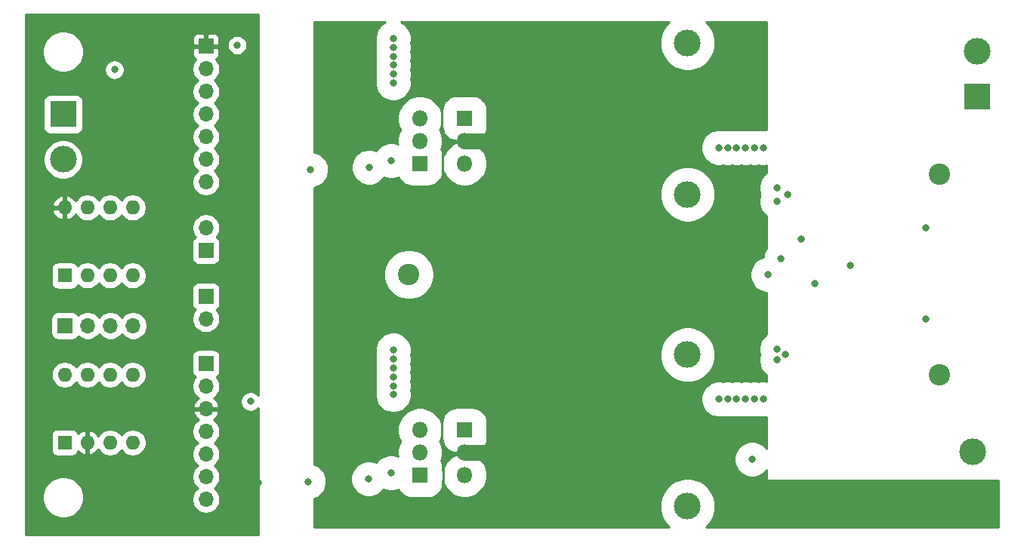
<source format=gbr>
%TF.GenerationSoftware,KiCad,Pcbnew,(5.1.10)-1*%
%TF.CreationDate,2022-06-03T10:18:56+01:00*%
%TF.ProjectId,GTI_V3,4754495f-5633-42e6-9b69-6361645f7063,rev?*%
%TF.SameCoordinates,Original*%
%TF.FileFunction,Copper,L3,Inr*%
%TF.FilePolarity,Positive*%
%FSLAX46Y46*%
G04 Gerber Fmt 4.6, Leading zero omitted, Abs format (unit mm)*
G04 Created by KiCad (PCBNEW (5.1.10)-1) date 2022-06-03 10:18:56*
%MOMM*%
%LPD*%
G01*
G04 APERTURE LIST*
%TA.AperFunction,ComponentPad*%
%ADD10R,1.700000X1.700000*%
%TD*%
%TA.AperFunction,ComponentPad*%
%ADD11O,1.700000X1.700000*%
%TD*%
%TA.AperFunction,ComponentPad*%
%ADD12O,1.600000X1.600000*%
%TD*%
%TA.AperFunction,ComponentPad*%
%ADD13R,1.600000X1.600000*%
%TD*%
%TA.AperFunction,ComponentPad*%
%ADD14R,3.000000X3.000000*%
%TD*%
%TA.AperFunction,ComponentPad*%
%ADD15C,3.000000*%
%TD*%
%TA.AperFunction,ComponentPad*%
%ADD16C,2.400000*%
%TD*%
%TA.AperFunction,ComponentPad*%
%ADD17O,1.800000X1.800000*%
%TD*%
%TA.AperFunction,ComponentPad*%
%ADD18R,1.800000X1.800000*%
%TD*%
%TA.AperFunction,ComponentPad*%
%ADD19C,2.999740*%
%TD*%
%TA.AperFunction,ViaPad*%
%ADD20C,0.800000*%
%TD*%
%TA.AperFunction,Conductor*%
%ADD21C,1.750000*%
%TD*%
%TA.AperFunction,Conductor*%
%ADD22C,0.250000*%
%TD*%
%TA.AperFunction,Conductor*%
%ADD23C,0.254000*%
%TD*%
%TA.AperFunction,Conductor*%
%ADD24C,0.100000*%
%TD*%
G04 APERTURE END LIST*
D10*
%TO.N,/VBUS_Sense*%
%TO.C,J8*%
X121000000Y-92440000D03*
D11*
%TO.N,GND*%
X121000000Y-94980000D03*
%TD*%
D10*
%TO.N,+3V3*%
%TO.C,J3*%
X121000000Y-64380000D03*
D11*
%TO.N,GND*%
X121000000Y-66920000D03*
%TO.N,Net-(IC1-Pad12)*%
X121000000Y-69460000D03*
%TO.N,Net-(IC1-Pad13)*%
X121000000Y-72000000D03*
%TO.N,Net-(IC1-Pad14)*%
X121000000Y-74540000D03*
%TO.N,/V_Sense_A*%
X121000000Y-77080000D03*
%TO.N,/I_Sense_A*%
X121000000Y-79620000D03*
%TD*%
D12*
%TO.N,/Ext_Vdd*%
%TO.C,U6*%
X105170000Y-101250000D03*
%TO.N,N/C*%
X112790000Y-108870000D03*
%TO.N,Net-(U6-Pad7)*%
X107710000Y-101250000D03*
%TO.N,Net-(R30-Pad2)*%
X110250000Y-108870000D03*
%TO.N,/Ext_Rx*%
X110250000Y-101250000D03*
%TO.N,+3V3*%
X107710000Y-108870000D03*
%TO.N,/Ext_Gnd*%
X112790000Y-101250000D03*
D13*
%TO.N,Net-(U6-Pad1)*%
X105170000Y-108870000D03*
%TD*%
D12*
%TO.N,+3V3*%
%TO.C,U5*%
X105170000Y-82500000D03*
%TO.N,N/C*%
X112790000Y-90120000D03*
%TO.N,Net-(U5-Pad7)*%
X107710000Y-82500000D03*
%TO.N,/Ext_Tx*%
X110250000Y-90120000D03*
%TO.N,/Rx*%
X110250000Y-82500000D03*
%TO.N,Net-(R28-Pad1)*%
X107710000Y-90120000D03*
%TO.N,GND*%
X112790000Y-82500000D03*
D13*
%TO.N,Net-(U5-Pad1)*%
X105170000Y-90120000D03*
%TD*%
D10*
%TO.N,/Ext_Vdd*%
%TO.C,J7*%
X105210000Y-95750000D03*
D11*
%TO.N,/Ext_Tx*%
X107750000Y-95750000D03*
%TO.N,/Ext_Rx*%
X110290000Y-95750000D03*
%TO.N,/Ext_Gnd*%
X112830000Y-95750000D03*
%TD*%
D14*
%TO.N,Net-(C13-Pad2)*%
%TO.C,J5*%
X207500000Y-70000000D03*
D15*
%TO.N,Net-(C13-Pad1)*%
X207500000Y-64920000D03*
%TD*%
D10*
%TO.N,/Tx*%
%TO.C,J4*%
X121000000Y-87290000D03*
D11*
%TO.N,/Rx*%
X121000000Y-84750000D03*
%TD*%
D14*
%TO.N,VBUS*%
%TO.C,J2*%
X207000000Y-115000000D03*
D15*
%TO.N,GND*%
X207000000Y-109920000D03*
%TD*%
D14*
%TO.N,VCC*%
%TO.C,J1*%
X105000000Y-72000000D03*
D15*
%TO.N,GND*%
X105000000Y-77080000D03*
%TD*%
D16*
%TO.N,Net-(C13-Pad2)*%
%TO.C,C13*%
X203250000Y-101250000D03*
%TO.N,Net-(C13-Pad1)*%
X203250000Y-78750000D03*
%TD*%
%TO.N,VBUS*%
%TO.C,C23*%
X171250000Y-90000000D03*
%TO.N,GND*%
X143750000Y-90000000D03*
%TD*%
D10*
%TO.N,/I_Sense_B*%
%TO.C,J6*%
X121000000Y-100000000D03*
D11*
%TO.N,/V_Sense_B*%
X121000000Y-102540000D03*
%TO.N,+3V3*%
X121000000Y-105080000D03*
%TO.N,Net-(IC2-Pad12)*%
X121000000Y-107620000D03*
%TO.N,Net-(IC2-Pad13)*%
X121000000Y-110160000D03*
%TO.N,Net-(IC2-Pad14)*%
X121000000Y-112700000D03*
%TO.N,GND*%
X121000000Y-115240000D03*
%TD*%
D17*
%TO.N,GND*%
%TO.C,Q4*%
X145000000Y-107460000D03*
%TO.N,Net-(C15-Pad2)*%
X145000000Y-110000000D03*
D18*
%TO.N,Net-(Q4-Pad1)*%
X145000000Y-112540000D03*
%TD*%
D17*
%TO.N,Net-(C15-Pad2)*%
%TO.C,Q3*%
X150000000Y-112540000D03*
%TO.N,VBUS*%
X150000000Y-110000000D03*
D18*
%TO.N,Net-(Q3-Pad1)*%
X150000000Y-107460000D03*
%TD*%
D19*
%TO.N,Net-(C19-Pad1)*%
%TO.C,L2*%
X175000000Y-99001160D03*
%TO.N,Net-(C15-Pad2)*%
X175000000Y-115998840D03*
%TD*%
%TO.N,Net-(C11-Pad1)*%
%TO.C,L1*%
X175000000Y-64001160D03*
%TO.N,Net-(C10-Pad1)*%
X175000000Y-80998840D03*
%TD*%
D18*
%TO.N,Net-(Q2-Pad1)*%
%TO.C,Q2*%
X145000000Y-77540000D03*
D17*
%TO.N,Net-(C11-Pad1)*%
X145000000Y-75000000D03*
%TO.N,GND*%
X145000000Y-72460000D03*
%TD*%
%TO.N,Net-(C11-Pad1)*%
%TO.C,Q1*%
X150000000Y-77540000D03*
%TO.N,VBUS*%
X150000000Y-75000000D03*
D18*
%TO.N,Net-(Q1-Pad1)*%
X150000000Y-72460000D03*
%TD*%
D20*
%TO.N,VBUS*%
X153000000Y-63500000D03*
X153000000Y-64500000D03*
X153000000Y-65500000D03*
X153000000Y-66500000D03*
X153000000Y-67500000D03*
X153000000Y-68500000D03*
X153000000Y-98500000D03*
X153000000Y-99500000D03*
X153000000Y-100500000D03*
X153000000Y-101500000D03*
X153000000Y-102500000D03*
X153000000Y-103500000D03*
%TO.N,+3V3*%
X193250000Y-89000000D03*
X189250000Y-91000000D03*
X110000000Y-62250000D03*
X110000000Y-63250000D03*
X126500000Y-108250000D03*
X126500000Y-78250000D03*
X126500000Y-73250000D03*
X126500000Y-69500000D03*
X126899999Y-113350001D03*
%TO.N,GNDA*%
X185500000Y-88250000D03*
%TO.N,GND*%
X124500000Y-64250000D03*
X110750000Y-67000000D03*
X182250000Y-110750000D03*
X201750000Y-95000000D03*
X201750000Y-84750000D03*
X139250000Y-112950000D03*
X139300000Y-77950000D03*
X142000000Y-63500000D03*
X142000000Y-64500000D03*
X142000000Y-65500000D03*
X142000000Y-66500000D03*
X142000000Y-67500000D03*
X142000000Y-68500000D03*
X142000000Y-98500000D03*
X142000000Y-99500000D03*
X142000000Y-100500000D03*
X142000000Y-101500000D03*
X142000000Y-102500000D03*
X142000000Y-103500000D03*
X178500000Y-104000000D03*
X179500000Y-104000000D03*
X180500000Y-104000000D03*
X181500000Y-104000000D03*
X182500000Y-104000000D03*
X183500000Y-104000000D03*
X178500000Y-75750000D03*
X179500000Y-75750000D03*
X180500000Y-75750000D03*
X181500000Y-75750000D03*
X182500000Y-75750000D03*
X183500000Y-75750000D03*
X141750000Y-77250000D03*
X141750000Y-112250000D03*
X132500000Y-113250000D03*
X132750000Y-78250000D03*
X126000000Y-104250000D03*
%TO.N,Net-(C10-Pad1)*%
X185000000Y-80250000D03*
X185000000Y-81750000D03*
X186250000Y-81000000D03*
%TO.N,/I_Sense_A*%
X187750000Y-86000000D03*
%TO.N,/I_Sense_B*%
X184000000Y-90000000D03*
%TO.N,Net-(C19-Pad1)*%
X185000000Y-98400000D03*
X185000000Y-99600000D03*
X186000000Y-99000000D03*
%TD*%
D21*
%TO.N,VBUS*%
X150000000Y-110000000D02*
X153728200Y-110000000D01*
X150000000Y-75000000D02*
X153625400Y-75000000D01*
D22*
X150000000Y-75000000D02*
X148596200Y-75000000D01*
X148596200Y-75000000D02*
X147574000Y-76022200D01*
X150000000Y-75000000D02*
X148367600Y-75000000D01*
X148367600Y-75000000D02*
X147548600Y-75819000D01*
X147548600Y-75819000D02*
X147548600Y-79756000D01*
X150000000Y-75000000D02*
X148152000Y-75000000D01*
X148152000Y-75000000D02*
X147472400Y-74320400D01*
X147472400Y-74320400D02*
X147472400Y-69773800D01*
X150000000Y-110000000D02*
X148622800Y-110000000D01*
X148622800Y-110000000D02*
X147574000Y-111048800D01*
X147574000Y-111048800D02*
X147574000Y-114554000D01*
X150000000Y-110000000D02*
X148100000Y-110000000D01*
X148100000Y-110000000D02*
X147472400Y-109372400D01*
X147472400Y-109372400D02*
X147472400Y-105156000D01*
%TD*%
D23*
%TO.N,VBUS*%
X141039855Y-61703696D02*
X140707863Y-61925526D01*
X140425526Y-62207863D01*
X140203696Y-62539855D01*
X140050896Y-62908746D01*
X139973000Y-63300358D01*
X139973000Y-63699642D01*
X140032745Y-64000000D01*
X139973000Y-64300358D01*
X139973000Y-64699642D01*
X140032745Y-65000000D01*
X139973000Y-65300358D01*
X139973000Y-65699642D01*
X140032745Y-66000000D01*
X139973000Y-66300358D01*
X139973000Y-66699642D01*
X140032745Y-67000000D01*
X139973000Y-67300358D01*
X139973000Y-67699642D01*
X140032745Y-68000000D01*
X139973000Y-68300358D01*
X139973000Y-68699642D01*
X140050896Y-69091254D01*
X140203696Y-69460145D01*
X140425526Y-69792137D01*
X140707863Y-70074474D01*
X141039855Y-70296304D01*
X141408746Y-70449104D01*
X141800358Y-70527000D01*
X142199642Y-70527000D01*
X142591254Y-70449104D01*
X142960145Y-70296304D01*
X143292137Y-70074474D01*
X143574474Y-69792137D01*
X143796304Y-69460145D01*
X143949104Y-69091254D01*
X144027000Y-68699642D01*
X144027000Y-68300358D01*
X143967255Y-68000000D01*
X144027000Y-67699642D01*
X144027000Y-67300358D01*
X143967255Y-67000000D01*
X144027000Y-66699642D01*
X144027000Y-66300358D01*
X143967255Y-66000000D01*
X144027000Y-65699642D01*
X144027000Y-65300358D01*
X143967255Y-65000000D01*
X144027000Y-64699642D01*
X144027000Y-64300358D01*
X143967255Y-64000000D01*
X144027000Y-63699642D01*
X144027000Y-63300358D01*
X143949104Y-62908746D01*
X143796304Y-62539855D01*
X143574474Y-62207863D01*
X143292137Y-61925526D01*
X142960145Y-61703696D01*
X142895695Y-61677000D01*
X172902097Y-61677000D01*
X172571201Y-62007896D01*
X172229003Y-62520031D01*
X171993293Y-63089086D01*
X171873130Y-63693190D01*
X171873130Y-64309130D01*
X171993293Y-64913234D01*
X172229003Y-65482289D01*
X172571201Y-65994424D01*
X173006736Y-66429959D01*
X173518871Y-66772157D01*
X174087926Y-67007867D01*
X174692030Y-67128030D01*
X175307970Y-67128030D01*
X175912074Y-67007867D01*
X176481129Y-66772157D01*
X176993264Y-66429959D01*
X177428799Y-65994424D01*
X177770997Y-65482289D01*
X178006707Y-64913234D01*
X178126870Y-64309130D01*
X178126870Y-63693190D01*
X178006707Y-63089086D01*
X177770997Y-62520031D01*
X177428799Y-62007896D01*
X177097903Y-61677000D01*
X183873000Y-61677000D01*
X183873000Y-73757483D01*
X183699642Y-73723000D01*
X183300358Y-73723000D01*
X183000000Y-73782745D01*
X182699642Y-73723000D01*
X182300358Y-73723000D01*
X182000000Y-73782745D01*
X181699642Y-73723000D01*
X181300358Y-73723000D01*
X181000000Y-73782745D01*
X180699642Y-73723000D01*
X180300358Y-73723000D01*
X180000000Y-73782745D01*
X179699642Y-73723000D01*
X179300358Y-73723000D01*
X179000000Y-73782745D01*
X178699642Y-73723000D01*
X178300358Y-73723000D01*
X177908746Y-73800896D01*
X177539855Y-73953696D01*
X177207863Y-74175526D01*
X176925526Y-74457863D01*
X176703696Y-74789855D01*
X176550896Y-75158746D01*
X176473000Y-75550358D01*
X176473000Y-75949642D01*
X176550896Y-76341254D01*
X176703696Y-76710145D01*
X176925526Y-77042137D01*
X177207863Y-77324474D01*
X177539855Y-77546304D01*
X177908746Y-77699104D01*
X178300358Y-77777000D01*
X178699642Y-77777000D01*
X179000000Y-77717255D01*
X179300358Y-77777000D01*
X179699642Y-77777000D01*
X180000000Y-77717255D01*
X180300358Y-77777000D01*
X180699642Y-77777000D01*
X181000000Y-77717255D01*
X181300358Y-77777000D01*
X181699642Y-77777000D01*
X182000000Y-77717255D01*
X182300358Y-77777000D01*
X182699642Y-77777000D01*
X183000000Y-77717255D01*
X183300358Y-77777000D01*
X183699642Y-77777000D01*
X183873000Y-77742517D01*
X183873000Y-78565185D01*
X183707863Y-78675526D01*
X183425526Y-78957863D01*
X183203696Y-79289855D01*
X183050896Y-79658746D01*
X182973000Y-80050358D01*
X182973000Y-80449642D01*
X183050896Y-80841254D01*
X183116651Y-81000000D01*
X183050896Y-81158746D01*
X182973000Y-81550358D01*
X182973000Y-81949642D01*
X183050896Y-82341254D01*
X183203696Y-82710145D01*
X183425526Y-83042137D01*
X183707863Y-83324474D01*
X183873000Y-83434815D01*
X183873000Y-87036474D01*
X183703696Y-87289855D01*
X183550896Y-87658746D01*
X183475536Y-88037611D01*
X183408746Y-88050896D01*
X183039855Y-88203696D01*
X182707863Y-88425526D01*
X182425526Y-88707863D01*
X182203696Y-89039855D01*
X182050896Y-89408746D01*
X181973000Y-89800358D01*
X181973000Y-90199642D01*
X182050896Y-90591254D01*
X182203696Y-90960145D01*
X182425526Y-91292137D01*
X182707863Y-91574474D01*
X183039855Y-91796304D01*
X183408746Y-91949104D01*
X183800358Y-92027000D01*
X183873000Y-92027000D01*
X183873000Y-96715185D01*
X183707863Y-96825526D01*
X183425526Y-97107863D01*
X183203696Y-97439855D01*
X183050896Y-97808746D01*
X182973000Y-98200358D01*
X182973000Y-98599642D01*
X183050896Y-98991254D01*
X183054519Y-99000000D01*
X183050896Y-99008746D01*
X182973000Y-99400358D01*
X182973000Y-99799642D01*
X183050896Y-100191254D01*
X183203696Y-100560145D01*
X183425526Y-100892137D01*
X183707863Y-101174474D01*
X183873000Y-101284815D01*
X183873000Y-102007483D01*
X183699642Y-101973000D01*
X183300358Y-101973000D01*
X183000000Y-102032745D01*
X182699642Y-101973000D01*
X182300358Y-101973000D01*
X182000000Y-102032745D01*
X181699642Y-101973000D01*
X181300358Y-101973000D01*
X181000000Y-102032745D01*
X180699642Y-101973000D01*
X180300358Y-101973000D01*
X180000000Y-102032745D01*
X179699642Y-101973000D01*
X179300358Y-101973000D01*
X179000000Y-102032745D01*
X178699642Y-101973000D01*
X178300358Y-101973000D01*
X177908746Y-102050896D01*
X177539855Y-102203696D01*
X177207863Y-102425526D01*
X176925526Y-102707863D01*
X176703696Y-103039855D01*
X176550896Y-103408746D01*
X176473000Y-103800358D01*
X176473000Y-104199642D01*
X176550896Y-104591254D01*
X176703696Y-104960145D01*
X176925526Y-105292137D01*
X177207863Y-105574474D01*
X177539855Y-105796304D01*
X177908746Y-105949104D01*
X178300358Y-106027000D01*
X178699642Y-106027000D01*
X179000000Y-105967255D01*
X179300358Y-106027000D01*
X179699642Y-106027000D01*
X180000000Y-105967255D01*
X180300358Y-106027000D01*
X180699642Y-106027000D01*
X181000000Y-105967255D01*
X181300358Y-106027000D01*
X181699642Y-106027000D01*
X182000000Y-105967255D01*
X182300358Y-106027000D01*
X182699642Y-106027000D01*
X183000000Y-105967255D01*
X183300358Y-106027000D01*
X183699642Y-106027000D01*
X183873000Y-105992517D01*
X183873000Y-109530487D01*
X183824474Y-109457863D01*
X183542137Y-109175526D01*
X183210145Y-108953696D01*
X182841254Y-108800896D01*
X182449642Y-108723000D01*
X182050358Y-108723000D01*
X181658746Y-108800896D01*
X181289855Y-108953696D01*
X180957863Y-109175526D01*
X180675526Y-109457863D01*
X180453696Y-109789855D01*
X180300896Y-110158746D01*
X180223000Y-110550358D01*
X180223000Y-110949642D01*
X180300896Y-111341254D01*
X180453696Y-111710145D01*
X180675526Y-112042137D01*
X180957863Y-112324474D01*
X181289855Y-112546304D01*
X181658746Y-112699104D01*
X182050358Y-112777000D01*
X182449642Y-112777000D01*
X182841254Y-112699104D01*
X183210145Y-112546304D01*
X183542137Y-112324474D01*
X183824474Y-112042137D01*
X183873000Y-111969513D01*
X183873000Y-113000000D01*
X183875440Y-113024776D01*
X183882667Y-113048601D01*
X183894403Y-113070557D01*
X183910197Y-113089803D01*
X183929443Y-113105597D01*
X183951399Y-113117333D01*
X183975224Y-113124560D01*
X184000000Y-113127000D01*
X209873000Y-113127000D01*
X209873000Y-118323000D01*
X177097903Y-118323000D01*
X177428799Y-117992104D01*
X177770997Y-117479969D01*
X178006707Y-116910914D01*
X178126870Y-116306810D01*
X178126870Y-115690870D01*
X178006707Y-115086766D01*
X177770997Y-114517711D01*
X177428799Y-114005576D01*
X176993264Y-113570041D01*
X176481129Y-113227843D01*
X175912074Y-112992133D01*
X175307970Y-112871970D01*
X174692030Y-112871970D01*
X174087926Y-112992133D01*
X173518871Y-113227843D01*
X173006736Y-113570041D01*
X172571201Y-114005576D01*
X172229003Y-114517711D01*
X171993293Y-115086766D01*
X171873130Y-115690870D01*
X171873130Y-116306810D01*
X171993293Y-116910914D01*
X172229003Y-117479969D01*
X172571201Y-117992104D01*
X172902097Y-118323000D01*
X133127000Y-118323000D01*
X133127000Y-115184297D01*
X133460145Y-115046304D01*
X133792137Y-114824474D01*
X134074474Y-114542137D01*
X134296304Y-114210145D01*
X134449104Y-113841254D01*
X134527000Y-113449642D01*
X134527000Y-113050358D01*
X134467327Y-112750358D01*
X137223000Y-112750358D01*
X137223000Y-113149642D01*
X137300896Y-113541254D01*
X137453696Y-113910145D01*
X137675526Y-114242137D01*
X137957863Y-114524474D01*
X138289855Y-114746304D01*
X138658746Y-114899104D01*
X139050358Y-114977000D01*
X139449642Y-114977000D01*
X139841254Y-114899104D01*
X140210145Y-114746304D01*
X140542137Y-114524474D01*
X140824474Y-114242137D01*
X140919456Y-114099987D01*
X141158746Y-114199104D01*
X141550358Y-114277000D01*
X141949642Y-114277000D01*
X142341254Y-114199104D01*
X142602970Y-114090698D01*
X142740654Y-114348286D01*
X142943971Y-114596029D01*
X143191714Y-114799346D01*
X143474362Y-114950425D01*
X143781052Y-115043458D01*
X144100000Y-115074872D01*
X145900000Y-115074872D01*
X146218948Y-115043458D01*
X146525638Y-114950425D01*
X146808286Y-114799346D01*
X147056029Y-114596029D01*
X147259346Y-114348286D01*
X147410425Y-114065638D01*
X147503458Y-113758948D01*
X147534872Y-113440000D01*
X147534872Y-113099940D01*
X147570111Y-113277099D01*
X147760602Y-113736983D01*
X148037151Y-114150869D01*
X148389131Y-114502849D01*
X148803017Y-114779398D01*
X149262901Y-114969889D01*
X149751112Y-115067000D01*
X150248888Y-115067000D01*
X150737099Y-114969889D01*
X151196983Y-114779398D01*
X151610869Y-114502849D01*
X151962849Y-114150869D01*
X152239398Y-113736983D01*
X152429889Y-113277099D01*
X152527000Y-112788888D01*
X152527000Y-112291112D01*
X152429889Y-111802901D01*
X152239398Y-111343017D01*
X151962849Y-110929131D01*
X151610869Y-110577151D01*
X151196983Y-110300602D01*
X150737099Y-110110111D01*
X150248888Y-110013000D01*
X149751112Y-110013000D01*
X149262901Y-110110111D01*
X148803017Y-110300602D01*
X148389131Y-110577151D01*
X148037151Y-110929131D01*
X147760602Y-111343017D01*
X147570111Y-111802901D01*
X147534872Y-111980060D01*
X147534872Y-111640000D01*
X147503458Y-111321052D01*
X147410425Y-111014362D01*
X147356687Y-110913825D01*
X147429889Y-110737099D01*
X147527000Y-110248888D01*
X147527000Y-109751112D01*
X147429889Y-109262901D01*
X147239398Y-108803017D01*
X147190610Y-108730000D01*
X147239398Y-108656983D01*
X147429889Y-108197099D01*
X147465128Y-108019940D01*
X147465128Y-108360000D01*
X147496542Y-108678948D01*
X147589575Y-108985638D01*
X147740654Y-109268286D01*
X147943971Y-109516029D01*
X148191714Y-109719346D01*
X148474362Y-109870425D01*
X148781052Y-109963458D01*
X149100000Y-109994872D01*
X150900000Y-109994872D01*
X151218948Y-109963458D01*
X151525638Y-109870425D01*
X151808286Y-109719346D01*
X152056029Y-109516029D01*
X152259346Y-109268286D01*
X152410425Y-108985638D01*
X152503458Y-108678948D01*
X152534872Y-108360000D01*
X152534872Y-106560000D01*
X152503458Y-106241052D01*
X152410425Y-105934362D01*
X152259346Y-105651714D01*
X152056029Y-105403971D01*
X151808286Y-105200654D01*
X151525638Y-105049575D01*
X151218948Y-104956542D01*
X150900000Y-104925128D01*
X149100000Y-104925128D01*
X148781052Y-104956542D01*
X148474362Y-105049575D01*
X148191714Y-105200654D01*
X147943971Y-105403971D01*
X147740654Y-105651714D01*
X147589575Y-105934362D01*
X147496542Y-106241052D01*
X147465128Y-106560000D01*
X147465128Y-106900060D01*
X147429889Y-106722901D01*
X147239398Y-106263017D01*
X146962849Y-105849131D01*
X146610869Y-105497151D01*
X146196983Y-105220602D01*
X145737099Y-105030111D01*
X145248888Y-104933000D01*
X144751112Y-104933000D01*
X144262901Y-105030111D01*
X143803017Y-105220602D01*
X143389131Y-105497151D01*
X143037151Y-105849131D01*
X142760602Y-106263017D01*
X142570111Y-106722901D01*
X142473000Y-107211112D01*
X142473000Y-107708888D01*
X142570111Y-108197099D01*
X142760602Y-108656983D01*
X142809390Y-108730000D01*
X142760602Y-108803017D01*
X142570111Y-109262901D01*
X142473000Y-109751112D01*
X142473000Y-110248888D01*
X142496103Y-110365037D01*
X142341254Y-110300896D01*
X141949642Y-110223000D01*
X141550358Y-110223000D01*
X141158746Y-110300896D01*
X140789855Y-110453696D01*
X140457863Y-110675526D01*
X140175526Y-110957863D01*
X140080544Y-111100013D01*
X139841254Y-111000896D01*
X139449642Y-110923000D01*
X139050358Y-110923000D01*
X138658746Y-111000896D01*
X138289855Y-111153696D01*
X137957863Y-111375526D01*
X137675526Y-111657863D01*
X137453696Y-111989855D01*
X137300896Y-112358746D01*
X137223000Y-112750358D01*
X134467327Y-112750358D01*
X134449104Y-112658746D01*
X134296304Y-112289855D01*
X134074474Y-111957863D01*
X133792137Y-111675526D01*
X133460145Y-111453696D01*
X133127000Y-111315703D01*
X133127000Y-98300358D01*
X139973000Y-98300358D01*
X139973000Y-98699642D01*
X140032745Y-99000000D01*
X139973000Y-99300358D01*
X139973000Y-99699642D01*
X140032745Y-100000000D01*
X139973000Y-100300358D01*
X139973000Y-100699642D01*
X140032745Y-101000000D01*
X139973000Y-101300358D01*
X139973000Y-101699642D01*
X140032745Y-102000000D01*
X139973000Y-102300358D01*
X139973000Y-102699642D01*
X140032745Y-103000000D01*
X139973000Y-103300358D01*
X139973000Y-103699642D01*
X140050896Y-104091254D01*
X140203696Y-104460145D01*
X140425526Y-104792137D01*
X140707863Y-105074474D01*
X141039855Y-105296304D01*
X141408746Y-105449104D01*
X141800358Y-105527000D01*
X142199642Y-105527000D01*
X142591254Y-105449104D01*
X142960145Y-105296304D01*
X143292137Y-105074474D01*
X143574474Y-104792137D01*
X143796304Y-104460145D01*
X143949104Y-104091254D01*
X144027000Y-103699642D01*
X144027000Y-103300358D01*
X143967255Y-103000000D01*
X144027000Y-102699642D01*
X144027000Y-102300358D01*
X143967255Y-102000000D01*
X144027000Y-101699642D01*
X144027000Y-101300358D01*
X143967255Y-101000000D01*
X144027000Y-100699642D01*
X144027000Y-100300358D01*
X143967255Y-100000000D01*
X144027000Y-99699642D01*
X144027000Y-99300358D01*
X143967255Y-99000000D01*
X144027000Y-98699642D01*
X144027000Y-98693190D01*
X171873130Y-98693190D01*
X171873130Y-99309130D01*
X171993293Y-99913234D01*
X172229003Y-100482289D01*
X172571201Y-100994424D01*
X173006736Y-101429959D01*
X173518871Y-101772157D01*
X174087926Y-102007867D01*
X174692030Y-102128030D01*
X175307970Y-102128030D01*
X175912074Y-102007867D01*
X176481129Y-101772157D01*
X176993264Y-101429959D01*
X177428799Y-100994424D01*
X177770997Y-100482289D01*
X178006707Y-99913234D01*
X178126870Y-99309130D01*
X178126870Y-98693190D01*
X178006707Y-98089086D01*
X177770997Y-97520031D01*
X177428799Y-97007896D01*
X176993264Y-96572361D01*
X176481129Y-96230163D01*
X175912074Y-95994453D01*
X175307970Y-95874290D01*
X174692030Y-95874290D01*
X174087926Y-95994453D01*
X173518871Y-96230163D01*
X173006736Y-96572361D01*
X172571201Y-97007896D01*
X172229003Y-97520031D01*
X171993293Y-98089086D01*
X171873130Y-98693190D01*
X144027000Y-98693190D01*
X144027000Y-98300358D01*
X143949104Y-97908746D01*
X143796304Y-97539855D01*
X143574474Y-97207863D01*
X143292137Y-96925526D01*
X142960145Y-96703696D01*
X142591254Y-96550896D01*
X142199642Y-96473000D01*
X141800358Y-96473000D01*
X141408746Y-96550896D01*
X141039855Y-96703696D01*
X140707863Y-96925526D01*
X140425526Y-97207863D01*
X140203696Y-97539855D01*
X140050896Y-97908746D01*
X139973000Y-98300358D01*
X133127000Y-98300358D01*
X133127000Y-89721565D01*
X140923000Y-89721565D01*
X140923000Y-90278435D01*
X141031640Y-90824606D01*
X141244745Y-91339087D01*
X141554125Y-91802108D01*
X141947892Y-92195875D01*
X142410913Y-92505255D01*
X142925394Y-92718360D01*
X143471565Y-92827000D01*
X144028435Y-92827000D01*
X144574606Y-92718360D01*
X145089087Y-92505255D01*
X145552108Y-92195875D01*
X145945875Y-91802108D01*
X146255255Y-91339087D01*
X146468360Y-90824606D01*
X146577000Y-90278435D01*
X146577000Y-89721565D01*
X146468360Y-89175394D01*
X146255255Y-88660913D01*
X145945875Y-88197892D01*
X145552108Y-87804125D01*
X145089087Y-87494745D01*
X144574606Y-87281640D01*
X144028435Y-87173000D01*
X143471565Y-87173000D01*
X142925394Y-87281640D01*
X142410913Y-87494745D01*
X141947892Y-87804125D01*
X141554125Y-88197892D01*
X141244745Y-88660913D01*
X141031640Y-89175394D01*
X140923000Y-89721565D01*
X133127000Y-89721565D01*
X133127000Y-80690870D01*
X171873130Y-80690870D01*
X171873130Y-81306810D01*
X171993293Y-81910914D01*
X172229003Y-82479969D01*
X172571201Y-82992104D01*
X173006736Y-83427639D01*
X173518871Y-83769837D01*
X174087926Y-84005547D01*
X174692030Y-84125710D01*
X175307970Y-84125710D01*
X175912074Y-84005547D01*
X176481129Y-83769837D01*
X176993264Y-83427639D01*
X177428799Y-82992104D01*
X177770997Y-82479969D01*
X178006707Y-81910914D01*
X178126870Y-81306810D01*
X178126870Y-80690870D01*
X178006707Y-80086766D01*
X177770997Y-79517711D01*
X177428799Y-79005576D01*
X176993264Y-78570041D01*
X176481129Y-78227843D01*
X175912074Y-77992133D01*
X175307970Y-77871970D01*
X174692030Y-77871970D01*
X174087926Y-77992133D01*
X173518871Y-78227843D01*
X173006736Y-78570041D01*
X172571201Y-79005576D01*
X172229003Y-79517711D01*
X171993293Y-80086766D01*
X171873130Y-80690870D01*
X133127000Y-80690870D01*
X133127000Y-80241722D01*
X133341254Y-80199104D01*
X133710145Y-80046304D01*
X134042137Y-79824474D01*
X134324474Y-79542137D01*
X134546304Y-79210145D01*
X134699104Y-78841254D01*
X134777000Y-78449642D01*
X134777000Y-78050358D01*
X134717327Y-77750358D01*
X137273000Y-77750358D01*
X137273000Y-78149642D01*
X137350896Y-78541254D01*
X137503696Y-78910145D01*
X137725526Y-79242137D01*
X138007863Y-79524474D01*
X138339855Y-79746304D01*
X138708746Y-79899104D01*
X139100358Y-79977000D01*
X139499642Y-79977000D01*
X139891254Y-79899104D01*
X140260145Y-79746304D01*
X140592137Y-79524474D01*
X140874474Y-79242137D01*
X140958617Y-79116208D01*
X141158746Y-79199104D01*
X141550358Y-79277000D01*
X141949642Y-79277000D01*
X142341254Y-79199104D01*
X142602970Y-79090698D01*
X142740654Y-79348286D01*
X142943971Y-79596029D01*
X143191714Y-79799346D01*
X143474362Y-79950425D01*
X143781052Y-80043458D01*
X144100000Y-80074872D01*
X145900000Y-80074872D01*
X146218948Y-80043458D01*
X146525638Y-79950425D01*
X146808286Y-79799346D01*
X147056029Y-79596029D01*
X147259346Y-79348286D01*
X147410425Y-79065638D01*
X147503458Y-78758948D01*
X147534872Y-78440000D01*
X147534872Y-78099940D01*
X147570111Y-78277099D01*
X147760602Y-78736983D01*
X148037151Y-79150869D01*
X148389131Y-79502849D01*
X148803017Y-79779398D01*
X149262901Y-79969889D01*
X149751112Y-80067000D01*
X150248888Y-80067000D01*
X150737099Y-79969889D01*
X151196983Y-79779398D01*
X151610869Y-79502849D01*
X151962849Y-79150869D01*
X152239398Y-78736983D01*
X152429889Y-78277099D01*
X152527000Y-77788888D01*
X152527000Y-77291112D01*
X152429889Y-76802901D01*
X152239398Y-76343017D01*
X151962849Y-75929131D01*
X151610869Y-75577151D01*
X151196983Y-75300602D01*
X150737099Y-75110111D01*
X150248888Y-75013000D01*
X149751112Y-75013000D01*
X149262901Y-75110111D01*
X148803017Y-75300602D01*
X148389131Y-75577151D01*
X148037151Y-75929131D01*
X147760602Y-76343017D01*
X147570111Y-76802901D01*
X147534872Y-76980060D01*
X147534872Y-76640000D01*
X147503458Y-76321052D01*
X147410425Y-76014362D01*
X147356687Y-75913825D01*
X147429889Y-75737099D01*
X147527000Y-75248888D01*
X147527000Y-74751112D01*
X147429889Y-74262901D01*
X147239398Y-73803017D01*
X147190610Y-73730000D01*
X147239398Y-73656983D01*
X147429889Y-73197099D01*
X147465128Y-73019940D01*
X147465128Y-73360000D01*
X147496542Y-73678948D01*
X147589575Y-73985638D01*
X147740654Y-74268286D01*
X147943971Y-74516029D01*
X148191714Y-74719346D01*
X148474362Y-74870425D01*
X148781052Y-74963458D01*
X149100000Y-74994872D01*
X150900000Y-74994872D01*
X151218948Y-74963458D01*
X151525638Y-74870425D01*
X151808286Y-74719346D01*
X152056029Y-74516029D01*
X152259346Y-74268286D01*
X152410425Y-73985638D01*
X152503458Y-73678948D01*
X152534872Y-73360000D01*
X152534872Y-71560000D01*
X152503458Y-71241052D01*
X152410425Y-70934362D01*
X152259346Y-70651714D01*
X152056029Y-70403971D01*
X151808286Y-70200654D01*
X151525638Y-70049575D01*
X151218948Y-69956542D01*
X150900000Y-69925128D01*
X149100000Y-69925128D01*
X148781052Y-69956542D01*
X148474362Y-70049575D01*
X148191714Y-70200654D01*
X147943971Y-70403971D01*
X147740654Y-70651714D01*
X147589575Y-70934362D01*
X147496542Y-71241052D01*
X147465128Y-71560000D01*
X147465128Y-71900060D01*
X147429889Y-71722901D01*
X147239398Y-71263017D01*
X146962849Y-70849131D01*
X146610869Y-70497151D01*
X146196983Y-70220602D01*
X145737099Y-70030111D01*
X145248888Y-69933000D01*
X144751112Y-69933000D01*
X144262901Y-70030111D01*
X143803017Y-70220602D01*
X143389131Y-70497151D01*
X143037151Y-70849131D01*
X142760602Y-71263017D01*
X142570111Y-71722901D01*
X142473000Y-72211112D01*
X142473000Y-72708888D01*
X142570111Y-73197099D01*
X142760602Y-73656983D01*
X142809390Y-73730000D01*
X142760602Y-73803017D01*
X142570111Y-74262901D01*
X142473000Y-74751112D01*
X142473000Y-75248888D01*
X142496103Y-75365037D01*
X142341254Y-75300896D01*
X141949642Y-75223000D01*
X141550358Y-75223000D01*
X141158746Y-75300896D01*
X140789855Y-75453696D01*
X140457863Y-75675526D01*
X140175526Y-75957863D01*
X140091383Y-76083792D01*
X139891254Y-76000896D01*
X139499642Y-75923000D01*
X139100358Y-75923000D01*
X138708746Y-76000896D01*
X138339855Y-76153696D01*
X138007863Y-76375526D01*
X137725526Y-76657863D01*
X137503696Y-76989855D01*
X137350896Y-77358746D01*
X137273000Y-77750358D01*
X134717327Y-77750358D01*
X134699104Y-77658746D01*
X134546304Y-77289855D01*
X134324474Y-76957863D01*
X134042137Y-76675526D01*
X133710145Y-76453696D01*
X133341254Y-76300896D01*
X133127000Y-76258278D01*
X133127000Y-61677000D01*
X141104305Y-61677000D01*
X141039855Y-61703696D01*
%TA.AperFunction,Conductor*%
D24*
G36*
X141039855Y-61703696D02*
G01*
X140707863Y-61925526D01*
X140425526Y-62207863D01*
X140203696Y-62539855D01*
X140050896Y-62908746D01*
X139973000Y-63300358D01*
X139973000Y-63699642D01*
X140032745Y-64000000D01*
X139973000Y-64300358D01*
X139973000Y-64699642D01*
X140032745Y-65000000D01*
X139973000Y-65300358D01*
X139973000Y-65699642D01*
X140032745Y-66000000D01*
X139973000Y-66300358D01*
X139973000Y-66699642D01*
X140032745Y-67000000D01*
X139973000Y-67300358D01*
X139973000Y-67699642D01*
X140032745Y-68000000D01*
X139973000Y-68300358D01*
X139973000Y-68699642D01*
X140050896Y-69091254D01*
X140203696Y-69460145D01*
X140425526Y-69792137D01*
X140707863Y-70074474D01*
X141039855Y-70296304D01*
X141408746Y-70449104D01*
X141800358Y-70527000D01*
X142199642Y-70527000D01*
X142591254Y-70449104D01*
X142960145Y-70296304D01*
X143292137Y-70074474D01*
X143574474Y-69792137D01*
X143796304Y-69460145D01*
X143949104Y-69091254D01*
X144027000Y-68699642D01*
X144027000Y-68300358D01*
X143967255Y-68000000D01*
X144027000Y-67699642D01*
X144027000Y-67300358D01*
X143967255Y-67000000D01*
X144027000Y-66699642D01*
X144027000Y-66300358D01*
X143967255Y-66000000D01*
X144027000Y-65699642D01*
X144027000Y-65300358D01*
X143967255Y-65000000D01*
X144027000Y-64699642D01*
X144027000Y-64300358D01*
X143967255Y-64000000D01*
X144027000Y-63699642D01*
X144027000Y-63300358D01*
X143949104Y-62908746D01*
X143796304Y-62539855D01*
X143574474Y-62207863D01*
X143292137Y-61925526D01*
X142960145Y-61703696D01*
X142895695Y-61677000D01*
X172902097Y-61677000D01*
X172571201Y-62007896D01*
X172229003Y-62520031D01*
X171993293Y-63089086D01*
X171873130Y-63693190D01*
X171873130Y-64309130D01*
X171993293Y-64913234D01*
X172229003Y-65482289D01*
X172571201Y-65994424D01*
X173006736Y-66429959D01*
X173518871Y-66772157D01*
X174087926Y-67007867D01*
X174692030Y-67128030D01*
X175307970Y-67128030D01*
X175912074Y-67007867D01*
X176481129Y-66772157D01*
X176993264Y-66429959D01*
X177428799Y-65994424D01*
X177770997Y-65482289D01*
X178006707Y-64913234D01*
X178126870Y-64309130D01*
X178126870Y-63693190D01*
X178006707Y-63089086D01*
X177770997Y-62520031D01*
X177428799Y-62007896D01*
X177097903Y-61677000D01*
X183873000Y-61677000D01*
X183873000Y-73757483D01*
X183699642Y-73723000D01*
X183300358Y-73723000D01*
X183000000Y-73782745D01*
X182699642Y-73723000D01*
X182300358Y-73723000D01*
X182000000Y-73782745D01*
X181699642Y-73723000D01*
X181300358Y-73723000D01*
X181000000Y-73782745D01*
X180699642Y-73723000D01*
X180300358Y-73723000D01*
X180000000Y-73782745D01*
X179699642Y-73723000D01*
X179300358Y-73723000D01*
X179000000Y-73782745D01*
X178699642Y-73723000D01*
X178300358Y-73723000D01*
X177908746Y-73800896D01*
X177539855Y-73953696D01*
X177207863Y-74175526D01*
X176925526Y-74457863D01*
X176703696Y-74789855D01*
X176550896Y-75158746D01*
X176473000Y-75550358D01*
X176473000Y-75949642D01*
X176550896Y-76341254D01*
X176703696Y-76710145D01*
X176925526Y-77042137D01*
X177207863Y-77324474D01*
X177539855Y-77546304D01*
X177908746Y-77699104D01*
X178300358Y-77777000D01*
X178699642Y-77777000D01*
X179000000Y-77717255D01*
X179300358Y-77777000D01*
X179699642Y-77777000D01*
X180000000Y-77717255D01*
X180300358Y-77777000D01*
X180699642Y-77777000D01*
X181000000Y-77717255D01*
X181300358Y-77777000D01*
X181699642Y-77777000D01*
X182000000Y-77717255D01*
X182300358Y-77777000D01*
X182699642Y-77777000D01*
X183000000Y-77717255D01*
X183300358Y-77777000D01*
X183699642Y-77777000D01*
X183873000Y-77742517D01*
X183873000Y-78565185D01*
X183707863Y-78675526D01*
X183425526Y-78957863D01*
X183203696Y-79289855D01*
X183050896Y-79658746D01*
X182973000Y-80050358D01*
X182973000Y-80449642D01*
X183050896Y-80841254D01*
X183116651Y-81000000D01*
X183050896Y-81158746D01*
X182973000Y-81550358D01*
X182973000Y-81949642D01*
X183050896Y-82341254D01*
X183203696Y-82710145D01*
X183425526Y-83042137D01*
X183707863Y-83324474D01*
X183873000Y-83434815D01*
X183873000Y-87036474D01*
X183703696Y-87289855D01*
X183550896Y-87658746D01*
X183475536Y-88037611D01*
X183408746Y-88050896D01*
X183039855Y-88203696D01*
X182707863Y-88425526D01*
X182425526Y-88707863D01*
X182203696Y-89039855D01*
X182050896Y-89408746D01*
X181973000Y-89800358D01*
X181973000Y-90199642D01*
X182050896Y-90591254D01*
X182203696Y-90960145D01*
X182425526Y-91292137D01*
X182707863Y-91574474D01*
X183039855Y-91796304D01*
X183408746Y-91949104D01*
X183800358Y-92027000D01*
X183873000Y-92027000D01*
X183873000Y-96715185D01*
X183707863Y-96825526D01*
X183425526Y-97107863D01*
X183203696Y-97439855D01*
X183050896Y-97808746D01*
X182973000Y-98200358D01*
X182973000Y-98599642D01*
X183050896Y-98991254D01*
X183054519Y-99000000D01*
X183050896Y-99008746D01*
X182973000Y-99400358D01*
X182973000Y-99799642D01*
X183050896Y-100191254D01*
X183203696Y-100560145D01*
X183425526Y-100892137D01*
X183707863Y-101174474D01*
X183873000Y-101284815D01*
X183873000Y-102007483D01*
X183699642Y-101973000D01*
X183300358Y-101973000D01*
X183000000Y-102032745D01*
X182699642Y-101973000D01*
X182300358Y-101973000D01*
X182000000Y-102032745D01*
X181699642Y-101973000D01*
X181300358Y-101973000D01*
X181000000Y-102032745D01*
X180699642Y-101973000D01*
X180300358Y-101973000D01*
X180000000Y-102032745D01*
X179699642Y-101973000D01*
X179300358Y-101973000D01*
X179000000Y-102032745D01*
X178699642Y-101973000D01*
X178300358Y-101973000D01*
X177908746Y-102050896D01*
X177539855Y-102203696D01*
X177207863Y-102425526D01*
X176925526Y-102707863D01*
X176703696Y-103039855D01*
X176550896Y-103408746D01*
X176473000Y-103800358D01*
X176473000Y-104199642D01*
X176550896Y-104591254D01*
X176703696Y-104960145D01*
X176925526Y-105292137D01*
X177207863Y-105574474D01*
X177539855Y-105796304D01*
X177908746Y-105949104D01*
X178300358Y-106027000D01*
X178699642Y-106027000D01*
X179000000Y-105967255D01*
X179300358Y-106027000D01*
X179699642Y-106027000D01*
X180000000Y-105967255D01*
X180300358Y-106027000D01*
X180699642Y-106027000D01*
X181000000Y-105967255D01*
X181300358Y-106027000D01*
X181699642Y-106027000D01*
X182000000Y-105967255D01*
X182300358Y-106027000D01*
X182699642Y-106027000D01*
X183000000Y-105967255D01*
X183300358Y-106027000D01*
X183699642Y-106027000D01*
X183873000Y-105992517D01*
X183873000Y-109530487D01*
X183824474Y-109457863D01*
X183542137Y-109175526D01*
X183210145Y-108953696D01*
X182841254Y-108800896D01*
X182449642Y-108723000D01*
X182050358Y-108723000D01*
X181658746Y-108800896D01*
X181289855Y-108953696D01*
X180957863Y-109175526D01*
X180675526Y-109457863D01*
X180453696Y-109789855D01*
X180300896Y-110158746D01*
X180223000Y-110550358D01*
X180223000Y-110949642D01*
X180300896Y-111341254D01*
X180453696Y-111710145D01*
X180675526Y-112042137D01*
X180957863Y-112324474D01*
X181289855Y-112546304D01*
X181658746Y-112699104D01*
X182050358Y-112777000D01*
X182449642Y-112777000D01*
X182841254Y-112699104D01*
X183210145Y-112546304D01*
X183542137Y-112324474D01*
X183824474Y-112042137D01*
X183873000Y-111969513D01*
X183873000Y-113000000D01*
X183875440Y-113024776D01*
X183882667Y-113048601D01*
X183894403Y-113070557D01*
X183910197Y-113089803D01*
X183929443Y-113105597D01*
X183951399Y-113117333D01*
X183975224Y-113124560D01*
X184000000Y-113127000D01*
X209873000Y-113127000D01*
X209873000Y-118323000D01*
X177097903Y-118323000D01*
X177428799Y-117992104D01*
X177770997Y-117479969D01*
X178006707Y-116910914D01*
X178126870Y-116306810D01*
X178126870Y-115690870D01*
X178006707Y-115086766D01*
X177770997Y-114517711D01*
X177428799Y-114005576D01*
X176993264Y-113570041D01*
X176481129Y-113227843D01*
X175912074Y-112992133D01*
X175307970Y-112871970D01*
X174692030Y-112871970D01*
X174087926Y-112992133D01*
X173518871Y-113227843D01*
X173006736Y-113570041D01*
X172571201Y-114005576D01*
X172229003Y-114517711D01*
X171993293Y-115086766D01*
X171873130Y-115690870D01*
X171873130Y-116306810D01*
X171993293Y-116910914D01*
X172229003Y-117479969D01*
X172571201Y-117992104D01*
X172902097Y-118323000D01*
X133127000Y-118323000D01*
X133127000Y-115184297D01*
X133460145Y-115046304D01*
X133792137Y-114824474D01*
X134074474Y-114542137D01*
X134296304Y-114210145D01*
X134449104Y-113841254D01*
X134527000Y-113449642D01*
X134527000Y-113050358D01*
X134467327Y-112750358D01*
X137223000Y-112750358D01*
X137223000Y-113149642D01*
X137300896Y-113541254D01*
X137453696Y-113910145D01*
X137675526Y-114242137D01*
X137957863Y-114524474D01*
X138289855Y-114746304D01*
X138658746Y-114899104D01*
X139050358Y-114977000D01*
X139449642Y-114977000D01*
X139841254Y-114899104D01*
X140210145Y-114746304D01*
X140542137Y-114524474D01*
X140824474Y-114242137D01*
X140919456Y-114099987D01*
X141158746Y-114199104D01*
X141550358Y-114277000D01*
X141949642Y-114277000D01*
X142341254Y-114199104D01*
X142602970Y-114090698D01*
X142740654Y-114348286D01*
X142943971Y-114596029D01*
X143191714Y-114799346D01*
X143474362Y-114950425D01*
X143781052Y-115043458D01*
X144100000Y-115074872D01*
X145900000Y-115074872D01*
X146218948Y-115043458D01*
X146525638Y-114950425D01*
X146808286Y-114799346D01*
X147056029Y-114596029D01*
X147259346Y-114348286D01*
X147410425Y-114065638D01*
X147503458Y-113758948D01*
X147534872Y-113440000D01*
X147534872Y-113099940D01*
X147570111Y-113277099D01*
X147760602Y-113736983D01*
X148037151Y-114150869D01*
X148389131Y-114502849D01*
X148803017Y-114779398D01*
X149262901Y-114969889D01*
X149751112Y-115067000D01*
X150248888Y-115067000D01*
X150737099Y-114969889D01*
X151196983Y-114779398D01*
X151610869Y-114502849D01*
X151962849Y-114150869D01*
X152239398Y-113736983D01*
X152429889Y-113277099D01*
X152527000Y-112788888D01*
X152527000Y-112291112D01*
X152429889Y-111802901D01*
X152239398Y-111343017D01*
X151962849Y-110929131D01*
X151610869Y-110577151D01*
X151196983Y-110300602D01*
X150737099Y-110110111D01*
X150248888Y-110013000D01*
X149751112Y-110013000D01*
X149262901Y-110110111D01*
X148803017Y-110300602D01*
X148389131Y-110577151D01*
X148037151Y-110929131D01*
X147760602Y-111343017D01*
X147570111Y-111802901D01*
X147534872Y-111980060D01*
X147534872Y-111640000D01*
X147503458Y-111321052D01*
X147410425Y-111014362D01*
X147356687Y-110913825D01*
X147429889Y-110737099D01*
X147527000Y-110248888D01*
X147527000Y-109751112D01*
X147429889Y-109262901D01*
X147239398Y-108803017D01*
X147190610Y-108730000D01*
X147239398Y-108656983D01*
X147429889Y-108197099D01*
X147465128Y-108019940D01*
X147465128Y-108360000D01*
X147496542Y-108678948D01*
X147589575Y-108985638D01*
X147740654Y-109268286D01*
X147943971Y-109516029D01*
X148191714Y-109719346D01*
X148474362Y-109870425D01*
X148781052Y-109963458D01*
X149100000Y-109994872D01*
X150900000Y-109994872D01*
X151218948Y-109963458D01*
X151525638Y-109870425D01*
X151808286Y-109719346D01*
X152056029Y-109516029D01*
X152259346Y-109268286D01*
X152410425Y-108985638D01*
X152503458Y-108678948D01*
X152534872Y-108360000D01*
X152534872Y-106560000D01*
X152503458Y-106241052D01*
X152410425Y-105934362D01*
X152259346Y-105651714D01*
X152056029Y-105403971D01*
X151808286Y-105200654D01*
X151525638Y-105049575D01*
X151218948Y-104956542D01*
X150900000Y-104925128D01*
X149100000Y-104925128D01*
X148781052Y-104956542D01*
X148474362Y-105049575D01*
X148191714Y-105200654D01*
X147943971Y-105403971D01*
X147740654Y-105651714D01*
X147589575Y-105934362D01*
X147496542Y-106241052D01*
X147465128Y-106560000D01*
X147465128Y-106900060D01*
X147429889Y-106722901D01*
X147239398Y-106263017D01*
X146962849Y-105849131D01*
X146610869Y-105497151D01*
X146196983Y-105220602D01*
X145737099Y-105030111D01*
X145248888Y-104933000D01*
X144751112Y-104933000D01*
X144262901Y-105030111D01*
X143803017Y-105220602D01*
X143389131Y-105497151D01*
X143037151Y-105849131D01*
X142760602Y-106263017D01*
X142570111Y-106722901D01*
X142473000Y-107211112D01*
X142473000Y-107708888D01*
X142570111Y-108197099D01*
X142760602Y-108656983D01*
X142809390Y-108730000D01*
X142760602Y-108803017D01*
X142570111Y-109262901D01*
X142473000Y-109751112D01*
X142473000Y-110248888D01*
X142496103Y-110365037D01*
X142341254Y-110300896D01*
X141949642Y-110223000D01*
X141550358Y-110223000D01*
X141158746Y-110300896D01*
X140789855Y-110453696D01*
X140457863Y-110675526D01*
X140175526Y-110957863D01*
X140080544Y-111100013D01*
X139841254Y-111000896D01*
X139449642Y-110923000D01*
X139050358Y-110923000D01*
X138658746Y-111000896D01*
X138289855Y-111153696D01*
X137957863Y-111375526D01*
X137675526Y-111657863D01*
X137453696Y-111989855D01*
X137300896Y-112358746D01*
X137223000Y-112750358D01*
X134467327Y-112750358D01*
X134449104Y-112658746D01*
X134296304Y-112289855D01*
X134074474Y-111957863D01*
X133792137Y-111675526D01*
X133460145Y-111453696D01*
X133127000Y-111315703D01*
X133127000Y-98300358D01*
X139973000Y-98300358D01*
X139973000Y-98699642D01*
X140032745Y-99000000D01*
X139973000Y-99300358D01*
X139973000Y-99699642D01*
X140032745Y-100000000D01*
X139973000Y-100300358D01*
X139973000Y-100699642D01*
X140032745Y-101000000D01*
X139973000Y-101300358D01*
X139973000Y-101699642D01*
X140032745Y-102000000D01*
X139973000Y-102300358D01*
X139973000Y-102699642D01*
X140032745Y-103000000D01*
X139973000Y-103300358D01*
X139973000Y-103699642D01*
X140050896Y-104091254D01*
X140203696Y-104460145D01*
X140425526Y-104792137D01*
X140707863Y-105074474D01*
X141039855Y-105296304D01*
X141408746Y-105449104D01*
X141800358Y-105527000D01*
X142199642Y-105527000D01*
X142591254Y-105449104D01*
X142960145Y-105296304D01*
X143292137Y-105074474D01*
X143574474Y-104792137D01*
X143796304Y-104460145D01*
X143949104Y-104091254D01*
X144027000Y-103699642D01*
X144027000Y-103300358D01*
X143967255Y-103000000D01*
X144027000Y-102699642D01*
X144027000Y-102300358D01*
X143967255Y-102000000D01*
X144027000Y-101699642D01*
X144027000Y-101300358D01*
X143967255Y-101000000D01*
X144027000Y-100699642D01*
X144027000Y-100300358D01*
X143967255Y-100000000D01*
X144027000Y-99699642D01*
X144027000Y-99300358D01*
X143967255Y-99000000D01*
X144027000Y-98699642D01*
X144027000Y-98693190D01*
X171873130Y-98693190D01*
X171873130Y-99309130D01*
X171993293Y-99913234D01*
X172229003Y-100482289D01*
X172571201Y-100994424D01*
X173006736Y-101429959D01*
X173518871Y-101772157D01*
X174087926Y-102007867D01*
X174692030Y-102128030D01*
X175307970Y-102128030D01*
X175912074Y-102007867D01*
X176481129Y-101772157D01*
X176993264Y-101429959D01*
X177428799Y-100994424D01*
X177770997Y-100482289D01*
X178006707Y-99913234D01*
X178126870Y-99309130D01*
X178126870Y-98693190D01*
X178006707Y-98089086D01*
X177770997Y-97520031D01*
X177428799Y-97007896D01*
X176993264Y-96572361D01*
X176481129Y-96230163D01*
X175912074Y-95994453D01*
X175307970Y-95874290D01*
X174692030Y-95874290D01*
X174087926Y-95994453D01*
X173518871Y-96230163D01*
X173006736Y-96572361D01*
X172571201Y-97007896D01*
X172229003Y-97520031D01*
X171993293Y-98089086D01*
X171873130Y-98693190D01*
X144027000Y-98693190D01*
X144027000Y-98300358D01*
X143949104Y-97908746D01*
X143796304Y-97539855D01*
X143574474Y-97207863D01*
X143292137Y-96925526D01*
X142960145Y-96703696D01*
X142591254Y-96550896D01*
X142199642Y-96473000D01*
X141800358Y-96473000D01*
X141408746Y-96550896D01*
X141039855Y-96703696D01*
X140707863Y-96925526D01*
X140425526Y-97207863D01*
X140203696Y-97539855D01*
X140050896Y-97908746D01*
X139973000Y-98300358D01*
X133127000Y-98300358D01*
X133127000Y-89721565D01*
X140923000Y-89721565D01*
X140923000Y-90278435D01*
X141031640Y-90824606D01*
X141244745Y-91339087D01*
X141554125Y-91802108D01*
X141947892Y-92195875D01*
X142410913Y-92505255D01*
X142925394Y-92718360D01*
X143471565Y-92827000D01*
X144028435Y-92827000D01*
X144574606Y-92718360D01*
X145089087Y-92505255D01*
X145552108Y-92195875D01*
X145945875Y-91802108D01*
X146255255Y-91339087D01*
X146468360Y-90824606D01*
X146577000Y-90278435D01*
X146577000Y-89721565D01*
X146468360Y-89175394D01*
X146255255Y-88660913D01*
X145945875Y-88197892D01*
X145552108Y-87804125D01*
X145089087Y-87494745D01*
X144574606Y-87281640D01*
X144028435Y-87173000D01*
X143471565Y-87173000D01*
X142925394Y-87281640D01*
X142410913Y-87494745D01*
X141947892Y-87804125D01*
X141554125Y-88197892D01*
X141244745Y-88660913D01*
X141031640Y-89175394D01*
X140923000Y-89721565D01*
X133127000Y-89721565D01*
X133127000Y-80690870D01*
X171873130Y-80690870D01*
X171873130Y-81306810D01*
X171993293Y-81910914D01*
X172229003Y-82479969D01*
X172571201Y-82992104D01*
X173006736Y-83427639D01*
X173518871Y-83769837D01*
X174087926Y-84005547D01*
X174692030Y-84125710D01*
X175307970Y-84125710D01*
X175912074Y-84005547D01*
X176481129Y-83769837D01*
X176993264Y-83427639D01*
X177428799Y-82992104D01*
X177770997Y-82479969D01*
X178006707Y-81910914D01*
X178126870Y-81306810D01*
X178126870Y-80690870D01*
X178006707Y-80086766D01*
X177770997Y-79517711D01*
X177428799Y-79005576D01*
X176993264Y-78570041D01*
X176481129Y-78227843D01*
X175912074Y-77992133D01*
X175307970Y-77871970D01*
X174692030Y-77871970D01*
X174087926Y-77992133D01*
X173518871Y-78227843D01*
X173006736Y-78570041D01*
X172571201Y-79005576D01*
X172229003Y-79517711D01*
X171993293Y-80086766D01*
X171873130Y-80690870D01*
X133127000Y-80690870D01*
X133127000Y-80241722D01*
X133341254Y-80199104D01*
X133710145Y-80046304D01*
X134042137Y-79824474D01*
X134324474Y-79542137D01*
X134546304Y-79210145D01*
X134699104Y-78841254D01*
X134777000Y-78449642D01*
X134777000Y-78050358D01*
X134717327Y-77750358D01*
X137273000Y-77750358D01*
X137273000Y-78149642D01*
X137350896Y-78541254D01*
X137503696Y-78910145D01*
X137725526Y-79242137D01*
X138007863Y-79524474D01*
X138339855Y-79746304D01*
X138708746Y-79899104D01*
X139100358Y-79977000D01*
X139499642Y-79977000D01*
X139891254Y-79899104D01*
X140260145Y-79746304D01*
X140592137Y-79524474D01*
X140874474Y-79242137D01*
X140958617Y-79116208D01*
X141158746Y-79199104D01*
X141550358Y-79277000D01*
X141949642Y-79277000D01*
X142341254Y-79199104D01*
X142602970Y-79090698D01*
X142740654Y-79348286D01*
X142943971Y-79596029D01*
X143191714Y-79799346D01*
X143474362Y-79950425D01*
X143781052Y-80043458D01*
X144100000Y-80074872D01*
X145900000Y-80074872D01*
X146218948Y-80043458D01*
X146525638Y-79950425D01*
X146808286Y-79799346D01*
X147056029Y-79596029D01*
X147259346Y-79348286D01*
X147410425Y-79065638D01*
X147503458Y-78758948D01*
X147534872Y-78440000D01*
X147534872Y-78099940D01*
X147570111Y-78277099D01*
X147760602Y-78736983D01*
X148037151Y-79150869D01*
X148389131Y-79502849D01*
X148803017Y-79779398D01*
X149262901Y-79969889D01*
X149751112Y-80067000D01*
X150248888Y-80067000D01*
X150737099Y-79969889D01*
X151196983Y-79779398D01*
X151610869Y-79502849D01*
X151962849Y-79150869D01*
X152239398Y-78736983D01*
X152429889Y-78277099D01*
X152527000Y-77788888D01*
X152527000Y-77291112D01*
X152429889Y-76802901D01*
X152239398Y-76343017D01*
X151962849Y-75929131D01*
X151610869Y-75577151D01*
X151196983Y-75300602D01*
X150737099Y-75110111D01*
X150248888Y-75013000D01*
X149751112Y-75013000D01*
X149262901Y-75110111D01*
X148803017Y-75300602D01*
X148389131Y-75577151D01*
X148037151Y-75929131D01*
X147760602Y-76343017D01*
X147570111Y-76802901D01*
X147534872Y-76980060D01*
X147534872Y-76640000D01*
X147503458Y-76321052D01*
X147410425Y-76014362D01*
X147356687Y-75913825D01*
X147429889Y-75737099D01*
X147527000Y-75248888D01*
X147527000Y-74751112D01*
X147429889Y-74262901D01*
X147239398Y-73803017D01*
X147190610Y-73730000D01*
X147239398Y-73656983D01*
X147429889Y-73197099D01*
X147465128Y-73019940D01*
X147465128Y-73360000D01*
X147496542Y-73678948D01*
X147589575Y-73985638D01*
X147740654Y-74268286D01*
X147943971Y-74516029D01*
X148191714Y-74719346D01*
X148474362Y-74870425D01*
X148781052Y-74963458D01*
X149100000Y-74994872D01*
X150900000Y-74994872D01*
X151218948Y-74963458D01*
X151525638Y-74870425D01*
X151808286Y-74719346D01*
X152056029Y-74516029D01*
X152259346Y-74268286D01*
X152410425Y-73985638D01*
X152503458Y-73678948D01*
X152534872Y-73360000D01*
X152534872Y-71560000D01*
X152503458Y-71241052D01*
X152410425Y-70934362D01*
X152259346Y-70651714D01*
X152056029Y-70403971D01*
X151808286Y-70200654D01*
X151525638Y-70049575D01*
X151218948Y-69956542D01*
X150900000Y-69925128D01*
X149100000Y-69925128D01*
X148781052Y-69956542D01*
X148474362Y-70049575D01*
X148191714Y-70200654D01*
X147943971Y-70403971D01*
X147740654Y-70651714D01*
X147589575Y-70934362D01*
X147496542Y-71241052D01*
X147465128Y-71560000D01*
X147465128Y-71900060D01*
X147429889Y-71722901D01*
X147239398Y-71263017D01*
X146962849Y-70849131D01*
X146610869Y-70497151D01*
X146196983Y-70220602D01*
X145737099Y-70030111D01*
X145248888Y-69933000D01*
X144751112Y-69933000D01*
X144262901Y-70030111D01*
X143803017Y-70220602D01*
X143389131Y-70497151D01*
X143037151Y-70849131D01*
X142760602Y-71263017D01*
X142570111Y-71722901D01*
X142473000Y-72211112D01*
X142473000Y-72708888D01*
X142570111Y-73197099D01*
X142760602Y-73656983D01*
X142809390Y-73730000D01*
X142760602Y-73803017D01*
X142570111Y-74262901D01*
X142473000Y-74751112D01*
X142473000Y-75248888D01*
X142496103Y-75365037D01*
X142341254Y-75300896D01*
X141949642Y-75223000D01*
X141550358Y-75223000D01*
X141158746Y-75300896D01*
X140789855Y-75453696D01*
X140457863Y-75675526D01*
X140175526Y-75957863D01*
X140091383Y-76083792D01*
X139891254Y-76000896D01*
X139499642Y-75923000D01*
X139100358Y-75923000D01*
X138708746Y-76000896D01*
X138339855Y-76153696D01*
X138007863Y-76375526D01*
X137725526Y-76657863D01*
X137503696Y-76989855D01*
X137350896Y-77358746D01*
X137273000Y-77750358D01*
X134717327Y-77750358D01*
X134699104Y-77658746D01*
X134546304Y-77289855D01*
X134324474Y-76957863D01*
X134042137Y-76675526D01*
X133710145Y-76453696D01*
X133341254Y-76300896D01*
X133127000Y-76258278D01*
X133127000Y-61677000D01*
X141104305Y-61677000D01*
X141039855Y-61703696D01*
G37*
%TD.AperFunction*%
%TD*%
D23*
%TO.N,+3V3*%
X126873000Y-103529181D02*
X126718421Y-103374602D01*
X126533835Y-103251266D01*
X126328734Y-103166310D01*
X126111000Y-103123000D01*
X125889000Y-103123000D01*
X125671266Y-103166310D01*
X125466165Y-103251266D01*
X125281579Y-103374602D01*
X125124602Y-103531579D01*
X125001266Y-103716165D01*
X124916310Y-103921266D01*
X124873000Y-104139000D01*
X124873000Y-104361000D01*
X124916310Y-104578734D01*
X125001266Y-104783835D01*
X125124602Y-104968421D01*
X125281579Y-105125398D01*
X125466165Y-105248734D01*
X125671266Y-105333690D01*
X125889000Y-105377000D01*
X126111000Y-105377000D01*
X126328734Y-105333690D01*
X126533835Y-105248734D01*
X126718421Y-105125398D01*
X126873000Y-104970819D01*
X126873000Y-119223000D01*
X100777000Y-119223000D01*
X100777000Y-114770811D01*
X102673000Y-114770811D01*
X102673000Y-115229189D01*
X102762426Y-115678761D01*
X102937840Y-116102248D01*
X103192501Y-116483376D01*
X103516624Y-116807499D01*
X103897752Y-117062160D01*
X104321239Y-117237574D01*
X104770811Y-117327000D01*
X105229189Y-117327000D01*
X105678761Y-117237574D01*
X106102248Y-117062160D01*
X106483376Y-116807499D01*
X106807499Y-116483376D01*
X107062160Y-116102248D01*
X107237574Y-115678761D01*
X107327000Y-115229189D01*
X107327000Y-114770811D01*
X107237574Y-114321239D01*
X107062160Y-113897752D01*
X106807499Y-113516624D01*
X106483376Y-113192501D01*
X106102248Y-112937840D01*
X105678761Y-112762426D01*
X105229189Y-112673000D01*
X104770811Y-112673000D01*
X104321239Y-112762426D01*
X103897752Y-112937840D01*
X103516624Y-113192501D01*
X103192501Y-113516624D01*
X102937840Y-113897752D01*
X102762426Y-114321239D01*
X102673000Y-114770811D01*
X100777000Y-114770811D01*
X100777000Y-108070000D01*
X103639483Y-108070000D01*
X103639483Y-109670000D01*
X103653520Y-109812517D01*
X103695090Y-109949557D01*
X103762597Y-110075853D01*
X103853446Y-110186554D01*
X103964147Y-110277403D01*
X104090443Y-110344910D01*
X104227483Y-110386480D01*
X104370000Y-110400517D01*
X105970000Y-110400517D01*
X106112517Y-110386480D01*
X106249557Y-110344910D01*
X106375853Y-110277403D01*
X106486554Y-110186554D01*
X106577403Y-110075853D01*
X106644910Y-109949557D01*
X106674042Y-109853521D01*
X106746586Y-109933519D01*
X106972580Y-110101037D01*
X107226913Y-110221246D01*
X107360961Y-110261904D01*
X107583000Y-110139915D01*
X107583000Y-108997000D01*
X107563000Y-108997000D01*
X107563000Y-108743000D01*
X107583000Y-108743000D01*
X107583000Y-107600085D01*
X107837000Y-107600085D01*
X107837000Y-108743000D01*
X107857000Y-108743000D01*
X107857000Y-108997000D01*
X107837000Y-108997000D01*
X107837000Y-110139915D01*
X108059039Y-110261904D01*
X108193087Y-110221246D01*
X108447420Y-110101037D01*
X108673414Y-109933519D01*
X108862385Y-109725131D01*
X108920323Y-109628525D01*
X109063901Y-109843406D01*
X109276594Y-110056099D01*
X109526694Y-110223210D01*
X109804590Y-110338319D01*
X110099604Y-110397000D01*
X110400396Y-110397000D01*
X110695410Y-110338319D01*
X110973306Y-110223210D01*
X111223406Y-110056099D01*
X111436099Y-109843406D01*
X111520000Y-109717839D01*
X111603901Y-109843406D01*
X111816594Y-110056099D01*
X112066694Y-110223210D01*
X112344590Y-110338319D01*
X112639604Y-110397000D01*
X112940396Y-110397000D01*
X113235410Y-110338319D01*
X113513306Y-110223210D01*
X113763406Y-110056099D01*
X113976099Y-109843406D01*
X114143210Y-109593306D01*
X114258319Y-109315410D01*
X114317000Y-109020396D01*
X114317000Y-108719604D01*
X114258319Y-108424590D01*
X114143210Y-108146694D01*
X113976099Y-107896594D01*
X113763406Y-107683901D01*
X113513306Y-107516790D01*
X113387500Y-107464679D01*
X119423000Y-107464679D01*
X119423000Y-107775321D01*
X119483604Y-108079994D01*
X119602481Y-108366989D01*
X119775064Y-108625279D01*
X119994721Y-108844936D01*
X120062164Y-108890000D01*
X119994721Y-108935064D01*
X119775064Y-109154721D01*
X119602481Y-109413011D01*
X119483604Y-109700006D01*
X119423000Y-110004679D01*
X119423000Y-110315321D01*
X119483604Y-110619994D01*
X119602481Y-110906989D01*
X119775064Y-111165279D01*
X119994721Y-111384936D01*
X120062164Y-111430000D01*
X119994721Y-111475064D01*
X119775064Y-111694721D01*
X119602481Y-111953011D01*
X119483604Y-112240006D01*
X119423000Y-112544679D01*
X119423000Y-112855321D01*
X119483604Y-113159994D01*
X119602481Y-113446989D01*
X119775064Y-113705279D01*
X119994721Y-113924936D01*
X120062164Y-113970000D01*
X119994721Y-114015064D01*
X119775064Y-114234721D01*
X119602481Y-114493011D01*
X119483604Y-114780006D01*
X119423000Y-115084679D01*
X119423000Y-115395321D01*
X119483604Y-115699994D01*
X119602481Y-115986989D01*
X119775064Y-116245279D01*
X119994721Y-116464936D01*
X120253011Y-116637519D01*
X120540006Y-116756396D01*
X120844679Y-116817000D01*
X121155321Y-116817000D01*
X121459994Y-116756396D01*
X121746989Y-116637519D01*
X122005279Y-116464936D01*
X122224936Y-116245279D01*
X122397519Y-115986989D01*
X122516396Y-115699994D01*
X122577000Y-115395321D01*
X122577000Y-115084679D01*
X122516396Y-114780006D01*
X122397519Y-114493011D01*
X122224936Y-114234721D01*
X122005279Y-114015064D01*
X121937836Y-113970000D01*
X122005279Y-113924936D01*
X122224936Y-113705279D01*
X122397519Y-113446989D01*
X122516396Y-113159994D01*
X122577000Y-112855321D01*
X122577000Y-112544679D01*
X122516396Y-112240006D01*
X122397519Y-111953011D01*
X122224936Y-111694721D01*
X122005279Y-111475064D01*
X121937836Y-111430000D01*
X122005279Y-111384936D01*
X122224936Y-111165279D01*
X122397519Y-110906989D01*
X122516396Y-110619994D01*
X122577000Y-110315321D01*
X122577000Y-110004679D01*
X122516396Y-109700006D01*
X122397519Y-109413011D01*
X122224936Y-109154721D01*
X122005279Y-108935064D01*
X121937836Y-108890000D01*
X122005279Y-108844936D01*
X122224936Y-108625279D01*
X122397519Y-108366989D01*
X122516396Y-108079994D01*
X122577000Y-107775321D01*
X122577000Y-107464679D01*
X122516396Y-107160006D01*
X122397519Y-106873011D01*
X122224936Y-106614721D01*
X122005279Y-106395064D01*
X121852014Y-106292656D01*
X121881355Y-106275178D01*
X122097588Y-106080269D01*
X122271641Y-105846920D01*
X122396825Y-105584099D01*
X122441476Y-105436890D01*
X122320155Y-105207000D01*
X121127000Y-105207000D01*
X121127000Y-105227000D01*
X120873000Y-105227000D01*
X120873000Y-105207000D01*
X119679845Y-105207000D01*
X119558524Y-105436890D01*
X119603175Y-105584099D01*
X119728359Y-105846920D01*
X119902412Y-106080269D01*
X120118645Y-106275178D01*
X120147986Y-106292656D01*
X119994721Y-106395064D01*
X119775064Y-106614721D01*
X119602481Y-106873011D01*
X119483604Y-107160006D01*
X119423000Y-107464679D01*
X113387500Y-107464679D01*
X113235410Y-107401681D01*
X112940396Y-107343000D01*
X112639604Y-107343000D01*
X112344590Y-107401681D01*
X112066694Y-107516790D01*
X111816594Y-107683901D01*
X111603901Y-107896594D01*
X111520000Y-108022161D01*
X111436099Y-107896594D01*
X111223406Y-107683901D01*
X110973306Y-107516790D01*
X110695410Y-107401681D01*
X110400396Y-107343000D01*
X110099604Y-107343000D01*
X109804590Y-107401681D01*
X109526694Y-107516790D01*
X109276594Y-107683901D01*
X109063901Y-107896594D01*
X108920323Y-108111475D01*
X108862385Y-108014869D01*
X108673414Y-107806481D01*
X108447420Y-107638963D01*
X108193087Y-107518754D01*
X108059039Y-107478096D01*
X107837000Y-107600085D01*
X107583000Y-107600085D01*
X107360961Y-107478096D01*
X107226913Y-107518754D01*
X106972580Y-107638963D01*
X106746586Y-107806481D01*
X106674042Y-107886479D01*
X106644910Y-107790443D01*
X106577403Y-107664147D01*
X106486554Y-107553446D01*
X106375853Y-107462597D01*
X106249557Y-107395090D01*
X106112517Y-107353520D01*
X105970000Y-107339483D01*
X104370000Y-107339483D01*
X104227483Y-107353520D01*
X104090443Y-107395090D01*
X103964147Y-107462597D01*
X103853446Y-107553446D01*
X103762597Y-107664147D01*
X103695090Y-107790443D01*
X103653520Y-107927483D01*
X103639483Y-108070000D01*
X100777000Y-108070000D01*
X100777000Y-101099604D01*
X103643000Y-101099604D01*
X103643000Y-101400396D01*
X103701681Y-101695410D01*
X103816790Y-101973306D01*
X103983901Y-102223406D01*
X104196594Y-102436099D01*
X104446694Y-102603210D01*
X104724590Y-102718319D01*
X105019604Y-102777000D01*
X105320396Y-102777000D01*
X105615410Y-102718319D01*
X105893306Y-102603210D01*
X106143406Y-102436099D01*
X106356099Y-102223406D01*
X106440000Y-102097839D01*
X106523901Y-102223406D01*
X106736594Y-102436099D01*
X106986694Y-102603210D01*
X107264590Y-102718319D01*
X107559604Y-102777000D01*
X107860396Y-102777000D01*
X108155410Y-102718319D01*
X108433306Y-102603210D01*
X108683406Y-102436099D01*
X108896099Y-102223406D01*
X108980000Y-102097839D01*
X109063901Y-102223406D01*
X109276594Y-102436099D01*
X109526694Y-102603210D01*
X109804590Y-102718319D01*
X110099604Y-102777000D01*
X110400396Y-102777000D01*
X110695410Y-102718319D01*
X110973306Y-102603210D01*
X111223406Y-102436099D01*
X111436099Y-102223406D01*
X111520000Y-102097839D01*
X111603901Y-102223406D01*
X111816594Y-102436099D01*
X112066694Y-102603210D01*
X112344590Y-102718319D01*
X112639604Y-102777000D01*
X112940396Y-102777000D01*
X113235410Y-102718319D01*
X113513306Y-102603210D01*
X113763406Y-102436099D01*
X113976099Y-102223406D01*
X114143210Y-101973306D01*
X114258319Y-101695410D01*
X114317000Y-101400396D01*
X114317000Y-101099604D01*
X114258319Y-100804590D01*
X114143210Y-100526694D01*
X113976099Y-100276594D01*
X113763406Y-100063901D01*
X113513306Y-99896790D01*
X113235410Y-99781681D01*
X112940396Y-99723000D01*
X112639604Y-99723000D01*
X112344590Y-99781681D01*
X112066694Y-99896790D01*
X111816594Y-100063901D01*
X111603901Y-100276594D01*
X111520000Y-100402161D01*
X111436099Y-100276594D01*
X111223406Y-100063901D01*
X110973306Y-99896790D01*
X110695410Y-99781681D01*
X110400396Y-99723000D01*
X110099604Y-99723000D01*
X109804590Y-99781681D01*
X109526694Y-99896790D01*
X109276594Y-100063901D01*
X109063901Y-100276594D01*
X108980000Y-100402161D01*
X108896099Y-100276594D01*
X108683406Y-100063901D01*
X108433306Y-99896790D01*
X108155410Y-99781681D01*
X107860396Y-99723000D01*
X107559604Y-99723000D01*
X107264590Y-99781681D01*
X106986694Y-99896790D01*
X106736594Y-100063901D01*
X106523901Y-100276594D01*
X106440000Y-100402161D01*
X106356099Y-100276594D01*
X106143406Y-100063901D01*
X105893306Y-99896790D01*
X105615410Y-99781681D01*
X105320396Y-99723000D01*
X105019604Y-99723000D01*
X104724590Y-99781681D01*
X104446694Y-99896790D01*
X104196594Y-100063901D01*
X103983901Y-100276594D01*
X103816790Y-100526694D01*
X103701681Y-100804590D01*
X103643000Y-101099604D01*
X100777000Y-101099604D01*
X100777000Y-99150000D01*
X119419483Y-99150000D01*
X119419483Y-100850000D01*
X119433520Y-100992517D01*
X119475090Y-101129557D01*
X119542597Y-101255853D01*
X119633446Y-101366554D01*
X119744147Y-101457403D01*
X119814681Y-101495104D01*
X119775064Y-101534721D01*
X119602481Y-101793011D01*
X119483604Y-102080006D01*
X119423000Y-102384679D01*
X119423000Y-102695321D01*
X119483604Y-102999994D01*
X119602481Y-103286989D01*
X119775064Y-103545279D01*
X119994721Y-103764936D01*
X120147986Y-103867344D01*
X120118645Y-103884822D01*
X119902412Y-104079731D01*
X119728359Y-104313080D01*
X119603175Y-104575901D01*
X119558524Y-104723110D01*
X119679845Y-104953000D01*
X120873000Y-104953000D01*
X120873000Y-104933000D01*
X121127000Y-104933000D01*
X121127000Y-104953000D01*
X122320155Y-104953000D01*
X122441476Y-104723110D01*
X122396825Y-104575901D01*
X122271641Y-104313080D01*
X122097588Y-104079731D01*
X121881355Y-103884822D01*
X121852014Y-103867344D01*
X122005279Y-103764936D01*
X122224936Y-103545279D01*
X122397519Y-103286989D01*
X122516396Y-102999994D01*
X122577000Y-102695321D01*
X122577000Y-102384679D01*
X122516396Y-102080006D01*
X122397519Y-101793011D01*
X122224936Y-101534721D01*
X122185319Y-101495104D01*
X122255853Y-101457403D01*
X122366554Y-101366554D01*
X122457403Y-101255853D01*
X122524910Y-101129557D01*
X122566480Y-100992517D01*
X122580517Y-100850000D01*
X122580517Y-99150000D01*
X122566480Y-99007483D01*
X122524910Y-98870443D01*
X122457403Y-98744147D01*
X122366554Y-98633446D01*
X122255853Y-98542597D01*
X122129557Y-98475090D01*
X121992517Y-98433520D01*
X121850000Y-98419483D01*
X120150000Y-98419483D01*
X120007483Y-98433520D01*
X119870443Y-98475090D01*
X119744147Y-98542597D01*
X119633446Y-98633446D01*
X119542597Y-98744147D01*
X119475090Y-98870443D01*
X119433520Y-99007483D01*
X119419483Y-99150000D01*
X100777000Y-99150000D01*
X100777000Y-94900000D01*
X103629483Y-94900000D01*
X103629483Y-96600000D01*
X103643520Y-96742517D01*
X103685090Y-96879557D01*
X103752597Y-97005853D01*
X103843446Y-97116554D01*
X103954147Y-97207403D01*
X104080443Y-97274910D01*
X104217483Y-97316480D01*
X104360000Y-97330517D01*
X106060000Y-97330517D01*
X106202517Y-97316480D01*
X106339557Y-97274910D01*
X106465853Y-97207403D01*
X106576554Y-97116554D01*
X106667403Y-97005853D01*
X106705104Y-96935319D01*
X106744721Y-96974936D01*
X107003011Y-97147519D01*
X107290006Y-97266396D01*
X107594679Y-97327000D01*
X107905321Y-97327000D01*
X108209994Y-97266396D01*
X108496989Y-97147519D01*
X108755279Y-96974936D01*
X108974936Y-96755279D01*
X109020000Y-96687836D01*
X109065064Y-96755279D01*
X109284721Y-96974936D01*
X109543011Y-97147519D01*
X109830006Y-97266396D01*
X110134679Y-97327000D01*
X110445321Y-97327000D01*
X110749994Y-97266396D01*
X111036989Y-97147519D01*
X111295279Y-96974936D01*
X111514936Y-96755279D01*
X111560000Y-96687836D01*
X111605064Y-96755279D01*
X111824721Y-96974936D01*
X112083011Y-97147519D01*
X112370006Y-97266396D01*
X112674679Y-97327000D01*
X112985321Y-97327000D01*
X113289994Y-97266396D01*
X113576989Y-97147519D01*
X113835279Y-96974936D01*
X114054936Y-96755279D01*
X114227519Y-96496989D01*
X114346396Y-96209994D01*
X114407000Y-95905321D01*
X114407000Y-95594679D01*
X114346396Y-95290006D01*
X114227519Y-95003011D01*
X114054936Y-94744721D01*
X113835279Y-94525064D01*
X113576989Y-94352481D01*
X113289994Y-94233604D01*
X112985321Y-94173000D01*
X112674679Y-94173000D01*
X112370006Y-94233604D01*
X112083011Y-94352481D01*
X111824721Y-94525064D01*
X111605064Y-94744721D01*
X111560000Y-94812164D01*
X111514936Y-94744721D01*
X111295279Y-94525064D01*
X111036989Y-94352481D01*
X110749994Y-94233604D01*
X110445321Y-94173000D01*
X110134679Y-94173000D01*
X109830006Y-94233604D01*
X109543011Y-94352481D01*
X109284721Y-94525064D01*
X109065064Y-94744721D01*
X109020000Y-94812164D01*
X108974936Y-94744721D01*
X108755279Y-94525064D01*
X108496989Y-94352481D01*
X108209994Y-94233604D01*
X107905321Y-94173000D01*
X107594679Y-94173000D01*
X107290006Y-94233604D01*
X107003011Y-94352481D01*
X106744721Y-94525064D01*
X106705104Y-94564681D01*
X106667403Y-94494147D01*
X106576554Y-94383446D01*
X106465853Y-94292597D01*
X106339557Y-94225090D01*
X106202517Y-94183520D01*
X106060000Y-94169483D01*
X104360000Y-94169483D01*
X104217483Y-94183520D01*
X104080443Y-94225090D01*
X103954147Y-94292597D01*
X103843446Y-94383446D01*
X103752597Y-94494147D01*
X103685090Y-94620443D01*
X103643520Y-94757483D01*
X103629483Y-94900000D01*
X100777000Y-94900000D01*
X100777000Y-89320000D01*
X103639483Y-89320000D01*
X103639483Y-90920000D01*
X103653520Y-91062517D01*
X103695090Y-91199557D01*
X103762597Y-91325853D01*
X103853446Y-91436554D01*
X103964147Y-91527403D01*
X104090443Y-91594910D01*
X104227483Y-91636480D01*
X104370000Y-91650517D01*
X105970000Y-91650517D01*
X106112517Y-91636480D01*
X106249557Y-91594910D01*
X106375853Y-91527403D01*
X106486554Y-91436554D01*
X106577403Y-91325853D01*
X106639735Y-91209240D01*
X106736594Y-91306099D01*
X106986694Y-91473210D01*
X107264590Y-91588319D01*
X107559604Y-91647000D01*
X107860396Y-91647000D01*
X108155410Y-91588319D01*
X108433306Y-91473210D01*
X108683406Y-91306099D01*
X108896099Y-91093406D01*
X108980000Y-90967839D01*
X109063901Y-91093406D01*
X109276594Y-91306099D01*
X109526694Y-91473210D01*
X109804590Y-91588319D01*
X110099604Y-91647000D01*
X110400396Y-91647000D01*
X110695410Y-91588319D01*
X110973306Y-91473210D01*
X111223406Y-91306099D01*
X111436099Y-91093406D01*
X111520000Y-90967839D01*
X111603901Y-91093406D01*
X111816594Y-91306099D01*
X112066694Y-91473210D01*
X112344590Y-91588319D01*
X112639604Y-91647000D01*
X112940396Y-91647000D01*
X113226958Y-91590000D01*
X119419483Y-91590000D01*
X119419483Y-93290000D01*
X119433520Y-93432517D01*
X119475090Y-93569557D01*
X119542597Y-93695853D01*
X119633446Y-93806554D01*
X119744147Y-93897403D01*
X119814681Y-93935104D01*
X119775064Y-93974721D01*
X119602481Y-94233011D01*
X119483604Y-94520006D01*
X119423000Y-94824679D01*
X119423000Y-95135321D01*
X119483604Y-95439994D01*
X119602481Y-95726989D01*
X119775064Y-95985279D01*
X119994721Y-96204936D01*
X120253011Y-96377519D01*
X120540006Y-96496396D01*
X120844679Y-96557000D01*
X121155321Y-96557000D01*
X121459994Y-96496396D01*
X121746989Y-96377519D01*
X122005279Y-96204936D01*
X122224936Y-95985279D01*
X122397519Y-95726989D01*
X122516396Y-95439994D01*
X122577000Y-95135321D01*
X122577000Y-94824679D01*
X122516396Y-94520006D01*
X122397519Y-94233011D01*
X122224936Y-93974721D01*
X122185319Y-93935104D01*
X122255853Y-93897403D01*
X122366554Y-93806554D01*
X122457403Y-93695853D01*
X122524910Y-93569557D01*
X122566480Y-93432517D01*
X122580517Y-93290000D01*
X122580517Y-91590000D01*
X122566480Y-91447483D01*
X122524910Y-91310443D01*
X122457403Y-91184147D01*
X122366554Y-91073446D01*
X122255853Y-90982597D01*
X122129557Y-90915090D01*
X121992517Y-90873520D01*
X121850000Y-90859483D01*
X120150000Y-90859483D01*
X120007483Y-90873520D01*
X119870443Y-90915090D01*
X119744147Y-90982597D01*
X119633446Y-91073446D01*
X119542597Y-91184147D01*
X119475090Y-91310443D01*
X119433520Y-91447483D01*
X119419483Y-91590000D01*
X113226958Y-91590000D01*
X113235410Y-91588319D01*
X113513306Y-91473210D01*
X113763406Y-91306099D01*
X113976099Y-91093406D01*
X114143210Y-90843306D01*
X114258319Y-90565410D01*
X114317000Y-90270396D01*
X114317000Y-89969604D01*
X114258319Y-89674590D01*
X114143210Y-89396694D01*
X113976099Y-89146594D01*
X113763406Y-88933901D01*
X113513306Y-88766790D01*
X113235410Y-88651681D01*
X112940396Y-88593000D01*
X112639604Y-88593000D01*
X112344590Y-88651681D01*
X112066694Y-88766790D01*
X111816594Y-88933901D01*
X111603901Y-89146594D01*
X111520000Y-89272161D01*
X111436099Y-89146594D01*
X111223406Y-88933901D01*
X110973306Y-88766790D01*
X110695410Y-88651681D01*
X110400396Y-88593000D01*
X110099604Y-88593000D01*
X109804590Y-88651681D01*
X109526694Y-88766790D01*
X109276594Y-88933901D01*
X109063901Y-89146594D01*
X108980000Y-89272161D01*
X108896099Y-89146594D01*
X108683406Y-88933901D01*
X108433306Y-88766790D01*
X108155410Y-88651681D01*
X107860396Y-88593000D01*
X107559604Y-88593000D01*
X107264590Y-88651681D01*
X106986694Y-88766790D01*
X106736594Y-88933901D01*
X106639735Y-89030760D01*
X106577403Y-88914147D01*
X106486554Y-88803446D01*
X106375853Y-88712597D01*
X106249557Y-88645090D01*
X106112517Y-88603520D01*
X105970000Y-88589483D01*
X104370000Y-88589483D01*
X104227483Y-88603520D01*
X104090443Y-88645090D01*
X103964147Y-88712597D01*
X103853446Y-88803446D01*
X103762597Y-88914147D01*
X103695090Y-89040443D01*
X103653520Y-89177483D01*
X103639483Y-89320000D01*
X100777000Y-89320000D01*
X100777000Y-86440000D01*
X119419483Y-86440000D01*
X119419483Y-88140000D01*
X119433520Y-88282517D01*
X119475090Y-88419557D01*
X119542597Y-88545853D01*
X119633446Y-88656554D01*
X119744147Y-88747403D01*
X119870443Y-88814910D01*
X120007483Y-88856480D01*
X120150000Y-88870517D01*
X121850000Y-88870517D01*
X121992517Y-88856480D01*
X122129557Y-88814910D01*
X122255853Y-88747403D01*
X122366554Y-88656554D01*
X122457403Y-88545853D01*
X122524910Y-88419557D01*
X122566480Y-88282517D01*
X122580517Y-88140000D01*
X122580517Y-86440000D01*
X122566480Y-86297483D01*
X122524910Y-86160443D01*
X122457403Y-86034147D01*
X122366554Y-85923446D01*
X122255853Y-85832597D01*
X122185319Y-85794896D01*
X122224936Y-85755279D01*
X122397519Y-85496989D01*
X122516396Y-85209994D01*
X122577000Y-84905321D01*
X122577000Y-84594679D01*
X122516396Y-84290006D01*
X122397519Y-84003011D01*
X122224936Y-83744721D01*
X122005279Y-83525064D01*
X121746989Y-83352481D01*
X121459994Y-83233604D01*
X121155321Y-83173000D01*
X120844679Y-83173000D01*
X120540006Y-83233604D01*
X120253011Y-83352481D01*
X119994721Y-83525064D01*
X119775064Y-83744721D01*
X119602481Y-84003011D01*
X119483604Y-84290006D01*
X119423000Y-84594679D01*
X119423000Y-84905321D01*
X119483604Y-85209994D01*
X119602481Y-85496989D01*
X119775064Y-85755279D01*
X119814681Y-85794896D01*
X119744147Y-85832597D01*
X119633446Y-85923446D01*
X119542597Y-86034147D01*
X119475090Y-86160443D01*
X119433520Y-86297483D01*
X119419483Y-86440000D01*
X100777000Y-86440000D01*
X100777000Y-82849040D01*
X103778091Y-82849040D01*
X103872930Y-83113881D01*
X104017615Y-83355131D01*
X104206586Y-83563519D01*
X104432580Y-83731037D01*
X104686913Y-83851246D01*
X104820961Y-83891904D01*
X105043000Y-83769915D01*
X105043000Y-82627000D01*
X103899376Y-82627000D01*
X103778091Y-82849040D01*
X100777000Y-82849040D01*
X100777000Y-82150960D01*
X103778091Y-82150960D01*
X103899376Y-82373000D01*
X105043000Y-82373000D01*
X105043000Y-81230085D01*
X105297000Y-81230085D01*
X105297000Y-82373000D01*
X105317000Y-82373000D01*
X105317000Y-82627000D01*
X105297000Y-82627000D01*
X105297000Y-83769915D01*
X105519039Y-83891904D01*
X105653087Y-83851246D01*
X105907420Y-83731037D01*
X106133414Y-83563519D01*
X106322385Y-83355131D01*
X106380323Y-83258525D01*
X106523901Y-83473406D01*
X106736594Y-83686099D01*
X106986694Y-83853210D01*
X107264590Y-83968319D01*
X107559604Y-84027000D01*
X107860396Y-84027000D01*
X108155410Y-83968319D01*
X108433306Y-83853210D01*
X108683406Y-83686099D01*
X108896099Y-83473406D01*
X108980000Y-83347839D01*
X109063901Y-83473406D01*
X109276594Y-83686099D01*
X109526694Y-83853210D01*
X109804590Y-83968319D01*
X110099604Y-84027000D01*
X110400396Y-84027000D01*
X110695410Y-83968319D01*
X110973306Y-83853210D01*
X111223406Y-83686099D01*
X111436099Y-83473406D01*
X111520000Y-83347839D01*
X111603901Y-83473406D01*
X111816594Y-83686099D01*
X112066694Y-83853210D01*
X112344590Y-83968319D01*
X112639604Y-84027000D01*
X112940396Y-84027000D01*
X113235410Y-83968319D01*
X113513306Y-83853210D01*
X113763406Y-83686099D01*
X113976099Y-83473406D01*
X114143210Y-83223306D01*
X114258319Y-82945410D01*
X114317000Y-82650396D01*
X114317000Y-82349604D01*
X114258319Y-82054590D01*
X114143210Y-81776694D01*
X113976099Y-81526594D01*
X113763406Y-81313901D01*
X113513306Y-81146790D01*
X113235410Y-81031681D01*
X112940396Y-80973000D01*
X112639604Y-80973000D01*
X112344590Y-81031681D01*
X112066694Y-81146790D01*
X111816594Y-81313901D01*
X111603901Y-81526594D01*
X111520000Y-81652161D01*
X111436099Y-81526594D01*
X111223406Y-81313901D01*
X110973306Y-81146790D01*
X110695410Y-81031681D01*
X110400396Y-80973000D01*
X110099604Y-80973000D01*
X109804590Y-81031681D01*
X109526694Y-81146790D01*
X109276594Y-81313901D01*
X109063901Y-81526594D01*
X108980000Y-81652161D01*
X108896099Y-81526594D01*
X108683406Y-81313901D01*
X108433306Y-81146790D01*
X108155410Y-81031681D01*
X107860396Y-80973000D01*
X107559604Y-80973000D01*
X107264590Y-81031681D01*
X106986694Y-81146790D01*
X106736594Y-81313901D01*
X106523901Y-81526594D01*
X106380323Y-81741475D01*
X106322385Y-81644869D01*
X106133414Y-81436481D01*
X105907420Y-81268963D01*
X105653087Y-81148754D01*
X105519039Y-81108096D01*
X105297000Y-81230085D01*
X105043000Y-81230085D01*
X104820961Y-81108096D01*
X104686913Y-81148754D01*
X104432580Y-81268963D01*
X104206586Y-81436481D01*
X104017615Y-81644869D01*
X103872930Y-81886119D01*
X103778091Y-82150960D01*
X100777000Y-82150960D01*
X100777000Y-76860660D01*
X102773000Y-76860660D01*
X102773000Y-77299340D01*
X102858582Y-77729592D01*
X103026458Y-78134880D01*
X103270176Y-78499630D01*
X103580370Y-78809824D01*
X103945120Y-79053542D01*
X104350408Y-79221418D01*
X104780660Y-79307000D01*
X105219340Y-79307000D01*
X105649592Y-79221418D01*
X106054880Y-79053542D01*
X106419630Y-78809824D01*
X106729824Y-78499630D01*
X106973542Y-78134880D01*
X107141418Y-77729592D01*
X107227000Y-77299340D01*
X107227000Y-76860660D01*
X107141418Y-76430408D01*
X106973542Y-76025120D01*
X106729824Y-75660370D01*
X106419630Y-75350176D01*
X106054880Y-75106458D01*
X105649592Y-74938582D01*
X105219340Y-74853000D01*
X104780660Y-74853000D01*
X104350408Y-74938582D01*
X103945120Y-75106458D01*
X103580370Y-75350176D01*
X103270176Y-75660370D01*
X103026458Y-76025120D01*
X102858582Y-76430408D01*
X102773000Y-76860660D01*
X100777000Y-76860660D01*
X100777000Y-70500000D01*
X102769483Y-70500000D01*
X102769483Y-73500000D01*
X102783520Y-73642517D01*
X102825090Y-73779557D01*
X102892597Y-73905853D01*
X102983446Y-74016554D01*
X103094147Y-74107403D01*
X103220443Y-74174910D01*
X103357483Y-74216480D01*
X103500000Y-74230517D01*
X106500000Y-74230517D01*
X106642517Y-74216480D01*
X106779557Y-74174910D01*
X106905853Y-74107403D01*
X107016554Y-74016554D01*
X107107403Y-73905853D01*
X107174910Y-73779557D01*
X107216480Y-73642517D01*
X107230517Y-73500000D01*
X107230517Y-70500000D01*
X107216480Y-70357483D01*
X107174910Y-70220443D01*
X107107403Y-70094147D01*
X107016554Y-69983446D01*
X106905853Y-69892597D01*
X106779557Y-69825090D01*
X106642517Y-69783520D01*
X106500000Y-69769483D01*
X103500000Y-69769483D01*
X103357483Y-69783520D01*
X103220443Y-69825090D01*
X103094147Y-69892597D01*
X102983446Y-69983446D01*
X102892597Y-70094147D01*
X102825090Y-70220443D01*
X102783520Y-70357483D01*
X102769483Y-70500000D01*
X100777000Y-70500000D01*
X100777000Y-64770811D01*
X102673000Y-64770811D01*
X102673000Y-65229189D01*
X102762426Y-65678761D01*
X102937840Y-66102248D01*
X103192501Y-66483376D01*
X103516624Y-66807499D01*
X103897752Y-67062160D01*
X104321239Y-67237574D01*
X104770811Y-67327000D01*
X105229189Y-67327000D01*
X105678761Y-67237574D01*
X106102248Y-67062160D01*
X106361400Y-66889000D01*
X109623000Y-66889000D01*
X109623000Y-67111000D01*
X109666310Y-67328734D01*
X109751266Y-67533835D01*
X109874602Y-67718421D01*
X110031579Y-67875398D01*
X110216165Y-67998734D01*
X110421266Y-68083690D01*
X110639000Y-68127000D01*
X110861000Y-68127000D01*
X111078734Y-68083690D01*
X111283835Y-67998734D01*
X111468421Y-67875398D01*
X111625398Y-67718421D01*
X111748734Y-67533835D01*
X111833690Y-67328734D01*
X111877000Y-67111000D01*
X111877000Y-66889000D01*
X111852272Y-66764679D01*
X119423000Y-66764679D01*
X119423000Y-67075321D01*
X119483604Y-67379994D01*
X119602481Y-67666989D01*
X119775064Y-67925279D01*
X119994721Y-68144936D01*
X120062164Y-68190000D01*
X119994721Y-68235064D01*
X119775064Y-68454721D01*
X119602481Y-68713011D01*
X119483604Y-69000006D01*
X119423000Y-69304679D01*
X119423000Y-69615321D01*
X119483604Y-69919994D01*
X119602481Y-70206989D01*
X119775064Y-70465279D01*
X119994721Y-70684936D01*
X120062164Y-70730000D01*
X119994721Y-70775064D01*
X119775064Y-70994721D01*
X119602481Y-71253011D01*
X119483604Y-71540006D01*
X119423000Y-71844679D01*
X119423000Y-72155321D01*
X119483604Y-72459994D01*
X119602481Y-72746989D01*
X119775064Y-73005279D01*
X119994721Y-73224936D01*
X120062164Y-73270000D01*
X119994721Y-73315064D01*
X119775064Y-73534721D01*
X119602481Y-73793011D01*
X119483604Y-74080006D01*
X119423000Y-74384679D01*
X119423000Y-74695321D01*
X119483604Y-74999994D01*
X119602481Y-75286989D01*
X119775064Y-75545279D01*
X119994721Y-75764936D01*
X120062164Y-75810000D01*
X119994721Y-75855064D01*
X119775064Y-76074721D01*
X119602481Y-76333011D01*
X119483604Y-76620006D01*
X119423000Y-76924679D01*
X119423000Y-77235321D01*
X119483604Y-77539994D01*
X119602481Y-77826989D01*
X119775064Y-78085279D01*
X119994721Y-78304936D01*
X120062164Y-78350000D01*
X119994721Y-78395064D01*
X119775064Y-78614721D01*
X119602481Y-78873011D01*
X119483604Y-79160006D01*
X119423000Y-79464679D01*
X119423000Y-79775321D01*
X119483604Y-80079994D01*
X119602481Y-80366989D01*
X119775064Y-80625279D01*
X119994721Y-80844936D01*
X120253011Y-81017519D01*
X120540006Y-81136396D01*
X120844679Y-81197000D01*
X121155321Y-81197000D01*
X121459994Y-81136396D01*
X121746989Y-81017519D01*
X122005279Y-80844936D01*
X122224936Y-80625279D01*
X122397519Y-80366989D01*
X122516396Y-80079994D01*
X122577000Y-79775321D01*
X122577000Y-79464679D01*
X122516396Y-79160006D01*
X122397519Y-78873011D01*
X122224936Y-78614721D01*
X122005279Y-78395064D01*
X121937836Y-78350000D01*
X122005279Y-78304936D01*
X122224936Y-78085279D01*
X122397519Y-77826989D01*
X122516396Y-77539994D01*
X122577000Y-77235321D01*
X122577000Y-76924679D01*
X122516396Y-76620006D01*
X122397519Y-76333011D01*
X122224936Y-76074721D01*
X122005279Y-75855064D01*
X121937836Y-75810000D01*
X122005279Y-75764936D01*
X122224936Y-75545279D01*
X122397519Y-75286989D01*
X122516396Y-74999994D01*
X122577000Y-74695321D01*
X122577000Y-74384679D01*
X122516396Y-74080006D01*
X122397519Y-73793011D01*
X122224936Y-73534721D01*
X122005279Y-73315064D01*
X121937836Y-73270000D01*
X122005279Y-73224936D01*
X122224936Y-73005279D01*
X122397519Y-72746989D01*
X122516396Y-72459994D01*
X122577000Y-72155321D01*
X122577000Y-71844679D01*
X122516396Y-71540006D01*
X122397519Y-71253011D01*
X122224936Y-70994721D01*
X122005279Y-70775064D01*
X121937836Y-70730000D01*
X122005279Y-70684936D01*
X122224936Y-70465279D01*
X122397519Y-70206989D01*
X122516396Y-69919994D01*
X122577000Y-69615321D01*
X122577000Y-69304679D01*
X122516396Y-69000006D01*
X122397519Y-68713011D01*
X122224936Y-68454721D01*
X122005279Y-68235064D01*
X121937836Y-68190000D01*
X122005279Y-68144936D01*
X122224936Y-67925279D01*
X122397519Y-67666989D01*
X122516396Y-67379994D01*
X122577000Y-67075321D01*
X122577000Y-66764679D01*
X122516396Y-66460006D01*
X122397519Y-66173011D01*
X122224936Y-65914721D01*
X122117338Y-65807123D01*
X122204494Y-65760537D01*
X122301185Y-65681185D01*
X122380537Y-65584494D01*
X122439502Y-65474180D01*
X122475812Y-65354482D01*
X122488072Y-65230000D01*
X122485000Y-64665750D01*
X122326250Y-64507000D01*
X121127000Y-64507000D01*
X121127000Y-64527000D01*
X120873000Y-64527000D01*
X120873000Y-64507000D01*
X119673750Y-64507000D01*
X119515000Y-64665750D01*
X119511928Y-65230000D01*
X119524188Y-65354482D01*
X119560498Y-65474180D01*
X119619463Y-65584494D01*
X119698815Y-65681185D01*
X119795506Y-65760537D01*
X119882662Y-65807123D01*
X119775064Y-65914721D01*
X119602481Y-66173011D01*
X119483604Y-66460006D01*
X119423000Y-66764679D01*
X111852272Y-66764679D01*
X111833690Y-66671266D01*
X111748734Y-66466165D01*
X111625398Y-66281579D01*
X111468421Y-66124602D01*
X111283835Y-66001266D01*
X111078734Y-65916310D01*
X110861000Y-65873000D01*
X110639000Y-65873000D01*
X110421266Y-65916310D01*
X110216165Y-66001266D01*
X110031579Y-66124602D01*
X109874602Y-66281579D01*
X109751266Y-66466165D01*
X109666310Y-66671266D01*
X109623000Y-66889000D01*
X106361400Y-66889000D01*
X106483376Y-66807499D01*
X106807499Y-66483376D01*
X107062160Y-66102248D01*
X107237574Y-65678761D01*
X107327000Y-65229189D01*
X107327000Y-64770811D01*
X107237574Y-64321239D01*
X107062160Y-63897752D01*
X106816437Y-63530000D01*
X119511928Y-63530000D01*
X119515000Y-64094250D01*
X119673750Y-64253000D01*
X120873000Y-64253000D01*
X120873000Y-63053750D01*
X121127000Y-63053750D01*
X121127000Y-64253000D01*
X122326250Y-64253000D01*
X122440250Y-64139000D01*
X123373000Y-64139000D01*
X123373000Y-64361000D01*
X123416310Y-64578734D01*
X123501266Y-64783835D01*
X123624602Y-64968421D01*
X123781579Y-65125398D01*
X123966165Y-65248734D01*
X124171266Y-65333690D01*
X124389000Y-65377000D01*
X124611000Y-65377000D01*
X124828734Y-65333690D01*
X125033835Y-65248734D01*
X125218421Y-65125398D01*
X125375398Y-64968421D01*
X125498734Y-64783835D01*
X125583690Y-64578734D01*
X125627000Y-64361000D01*
X125627000Y-64139000D01*
X125583690Y-63921266D01*
X125498734Y-63716165D01*
X125375398Y-63531579D01*
X125218421Y-63374602D01*
X125033835Y-63251266D01*
X124828734Y-63166310D01*
X124611000Y-63123000D01*
X124389000Y-63123000D01*
X124171266Y-63166310D01*
X123966165Y-63251266D01*
X123781579Y-63374602D01*
X123624602Y-63531579D01*
X123501266Y-63716165D01*
X123416310Y-63921266D01*
X123373000Y-64139000D01*
X122440250Y-64139000D01*
X122485000Y-64094250D01*
X122488072Y-63530000D01*
X122475812Y-63405518D01*
X122439502Y-63285820D01*
X122380537Y-63175506D01*
X122301185Y-63078815D01*
X122204494Y-62999463D01*
X122094180Y-62940498D01*
X121974482Y-62904188D01*
X121850000Y-62891928D01*
X121285750Y-62895000D01*
X121127000Y-63053750D01*
X120873000Y-63053750D01*
X120714250Y-62895000D01*
X120150000Y-62891928D01*
X120025518Y-62904188D01*
X119905820Y-62940498D01*
X119795506Y-62999463D01*
X119698815Y-63078815D01*
X119619463Y-63175506D01*
X119560498Y-63285820D01*
X119524188Y-63405518D01*
X119511928Y-63530000D01*
X106816437Y-63530000D01*
X106807499Y-63516624D01*
X106483376Y-63192501D01*
X106102248Y-62937840D01*
X105678761Y-62762426D01*
X105229189Y-62673000D01*
X104770811Y-62673000D01*
X104321239Y-62762426D01*
X103897752Y-62937840D01*
X103516624Y-63192501D01*
X103192501Y-63516624D01*
X102937840Y-63897752D01*
X102762426Y-64321239D01*
X102673000Y-64770811D01*
X100777000Y-64770811D01*
X100777000Y-60777000D01*
X126873000Y-60777000D01*
X126873000Y-103529181D01*
%TA.AperFunction,Conductor*%
D24*
G36*
X126873000Y-103529181D02*
G01*
X126718421Y-103374602D01*
X126533835Y-103251266D01*
X126328734Y-103166310D01*
X126111000Y-103123000D01*
X125889000Y-103123000D01*
X125671266Y-103166310D01*
X125466165Y-103251266D01*
X125281579Y-103374602D01*
X125124602Y-103531579D01*
X125001266Y-103716165D01*
X124916310Y-103921266D01*
X124873000Y-104139000D01*
X124873000Y-104361000D01*
X124916310Y-104578734D01*
X125001266Y-104783835D01*
X125124602Y-104968421D01*
X125281579Y-105125398D01*
X125466165Y-105248734D01*
X125671266Y-105333690D01*
X125889000Y-105377000D01*
X126111000Y-105377000D01*
X126328734Y-105333690D01*
X126533835Y-105248734D01*
X126718421Y-105125398D01*
X126873000Y-104970819D01*
X126873000Y-119223000D01*
X100777000Y-119223000D01*
X100777000Y-114770811D01*
X102673000Y-114770811D01*
X102673000Y-115229189D01*
X102762426Y-115678761D01*
X102937840Y-116102248D01*
X103192501Y-116483376D01*
X103516624Y-116807499D01*
X103897752Y-117062160D01*
X104321239Y-117237574D01*
X104770811Y-117327000D01*
X105229189Y-117327000D01*
X105678761Y-117237574D01*
X106102248Y-117062160D01*
X106483376Y-116807499D01*
X106807499Y-116483376D01*
X107062160Y-116102248D01*
X107237574Y-115678761D01*
X107327000Y-115229189D01*
X107327000Y-114770811D01*
X107237574Y-114321239D01*
X107062160Y-113897752D01*
X106807499Y-113516624D01*
X106483376Y-113192501D01*
X106102248Y-112937840D01*
X105678761Y-112762426D01*
X105229189Y-112673000D01*
X104770811Y-112673000D01*
X104321239Y-112762426D01*
X103897752Y-112937840D01*
X103516624Y-113192501D01*
X103192501Y-113516624D01*
X102937840Y-113897752D01*
X102762426Y-114321239D01*
X102673000Y-114770811D01*
X100777000Y-114770811D01*
X100777000Y-108070000D01*
X103639483Y-108070000D01*
X103639483Y-109670000D01*
X103653520Y-109812517D01*
X103695090Y-109949557D01*
X103762597Y-110075853D01*
X103853446Y-110186554D01*
X103964147Y-110277403D01*
X104090443Y-110344910D01*
X104227483Y-110386480D01*
X104370000Y-110400517D01*
X105970000Y-110400517D01*
X106112517Y-110386480D01*
X106249557Y-110344910D01*
X106375853Y-110277403D01*
X106486554Y-110186554D01*
X106577403Y-110075853D01*
X106644910Y-109949557D01*
X106674042Y-109853521D01*
X106746586Y-109933519D01*
X106972580Y-110101037D01*
X107226913Y-110221246D01*
X107360961Y-110261904D01*
X107583000Y-110139915D01*
X107583000Y-108997000D01*
X107563000Y-108997000D01*
X107563000Y-108743000D01*
X107583000Y-108743000D01*
X107583000Y-107600085D01*
X107837000Y-107600085D01*
X107837000Y-108743000D01*
X107857000Y-108743000D01*
X107857000Y-108997000D01*
X107837000Y-108997000D01*
X107837000Y-110139915D01*
X108059039Y-110261904D01*
X108193087Y-110221246D01*
X108447420Y-110101037D01*
X108673414Y-109933519D01*
X108862385Y-109725131D01*
X108920323Y-109628525D01*
X109063901Y-109843406D01*
X109276594Y-110056099D01*
X109526694Y-110223210D01*
X109804590Y-110338319D01*
X110099604Y-110397000D01*
X110400396Y-110397000D01*
X110695410Y-110338319D01*
X110973306Y-110223210D01*
X111223406Y-110056099D01*
X111436099Y-109843406D01*
X111520000Y-109717839D01*
X111603901Y-109843406D01*
X111816594Y-110056099D01*
X112066694Y-110223210D01*
X112344590Y-110338319D01*
X112639604Y-110397000D01*
X112940396Y-110397000D01*
X113235410Y-110338319D01*
X113513306Y-110223210D01*
X113763406Y-110056099D01*
X113976099Y-109843406D01*
X114143210Y-109593306D01*
X114258319Y-109315410D01*
X114317000Y-109020396D01*
X114317000Y-108719604D01*
X114258319Y-108424590D01*
X114143210Y-108146694D01*
X113976099Y-107896594D01*
X113763406Y-107683901D01*
X113513306Y-107516790D01*
X113387500Y-107464679D01*
X119423000Y-107464679D01*
X119423000Y-107775321D01*
X119483604Y-108079994D01*
X119602481Y-108366989D01*
X119775064Y-108625279D01*
X119994721Y-108844936D01*
X120062164Y-108890000D01*
X119994721Y-108935064D01*
X119775064Y-109154721D01*
X119602481Y-109413011D01*
X119483604Y-109700006D01*
X119423000Y-110004679D01*
X119423000Y-110315321D01*
X119483604Y-110619994D01*
X119602481Y-110906989D01*
X119775064Y-111165279D01*
X119994721Y-111384936D01*
X120062164Y-111430000D01*
X119994721Y-111475064D01*
X119775064Y-111694721D01*
X119602481Y-111953011D01*
X119483604Y-112240006D01*
X119423000Y-112544679D01*
X119423000Y-112855321D01*
X119483604Y-113159994D01*
X119602481Y-113446989D01*
X119775064Y-113705279D01*
X119994721Y-113924936D01*
X120062164Y-113970000D01*
X119994721Y-114015064D01*
X119775064Y-114234721D01*
X119602481Y-114493011D01*
X119483604Y-114780006D01*
X119423000Y-115084679D01*
X119423000Y-115395321D01*
X119483604Y-115699994D01*
X119602481Y-115986989D01*
X119775064Y-116245279D01*
X119994721Y-116464936D01*
X120253011Y-116637519D01*
X120540006Y-116756396D01*
X120844679Y-116817000D01*
X121155321Y-116817000D01*
X121459994Y-116756396D01*
X121746989Y-116637519D01*
X122005279Y-116464936D01*
X122224936Y-116245279D01*
X122397519Y-115986989D01*
X122516396Y-115699994D01*
X122577000Y-115395321D01*
X122577000Y-115084679D01*
X122516396Y-114780006D01*
X122397519Y-114493011D01*
X122224936Y-114234721D01*
X122005279Y-114015064D01*
X121937836Y-113970000D01*
X122005279Y-113924936D01*
X122224936Y-113705279D01*
X122397519Y-113446989D01*
X122516396Y-113159994D01*
X122577000Y-112855321D01*
X122577000Y-112544679D01*
X122516396Y-112240006D01*
X122397519Y-111953011D01*
X122224936Y-111694721D01*
X122005279Y-111475064D01*
X121937836Y-111430000D01*
X122005279Y-111384936D01*
X122224936Y-111165279D01*
X122397519Y-110906989D01*
X122516396Y-110619994D01*
X122577000Y-110315321D01*
X122577000Y-110004679D01*
X122516396Y-109700006D01*
X122397519Y-109413011D01*
X122224936Y-109154721D01*
X122005279Y-108935064D01*
X121937836Y-108890000D01*
X122005279Y-108844936D01*
X122224936Y-108625279D01*
X122397519Y-108366989D01*
X122516396Y-108079994D01*
X122577000Y-107775321D01*
X122577000Y-107464679D01*
X122516396Y-107160006D01*
X122397519Y-106873011D01*
X122224936Y-106614721D01*
X122005279Y-106395064D01*
X121852014Y-106292656D01*
X121881355Y-106275178D01*
X122097588Y-106080269D01*
X122271641Y-105846920D01*
X122396825Y-105584099D01*
X122441476Y-105436890D01*
X122320155Y-105207000D01*
X121127000Y-105207000D01*
X121127000Y-105227000D01*
X120873000Y-105227000D01*
X120873000Y-105207000D01*
X119679845Y-105207000D01*
X119558524Y-105436890D01*
X119603175Y-105584099D01*
X119728359Y-105846920D01*
X119902412Y-106080269D01*
X120118645Y-106275178D01*
X120147986Y-106292656D01*
X119994721Y-106395064D01*
X119775064Y-106614721D01*
X119602481Y-106873011D01*
X119483604Y-107160006D01*
X119423000Y-107464679D01*
X113387500Y-107464679D01*
X113235410Y-107401681D01*
X112940396Y-107343000D01*
X112639604Y-107343000D01*
X112344590Y-107401681D01*
X112066694Y-107516790D01*
X111816594Y-107683901D01*
X111603901Y-107896594D01*
X111520000Y-108022161D01*
X111436099Y-107896594D01*
X111223406Y-107683901D01*
X110973306Y-107516790D01*
X110695410Y-107401681D01*
X110400396Y-107343000D01*
X110099604Y-107343000D01*
X109804590Y-107401681D01*
X109526694Y-107516790D01*
X109276594Y-107683901D01*
X109063901Y-107896594D01*
X108920323Y-108111475D01*
X108862385Y-108014869D01*
X108673414Y-107806481D01*
X108447420Y-107638963D01*
X108193087Y-107518754D01*
X108059039Y-107478096D01*
X107837000Y-107600085D01*
X107583000Y-107600085D01*
X107360961Y-107478096D01*
X107226913Y-107518754D01*
X106972580Y-107638963D01*
X106746586Y-107806481D01*
X106674042Y-107886479D01*
X106644910Y-107790443D01*
X106577403Y-107664147D01*
X106486554Y-107553446D01*
X106375853Y-107462597D01*
X106249557Y-107395090D01*
X106112517Y-107353520D01*
X105970000Y-107339483D01*
X104370000Y-107339483D01*
X104227483Y-107353520D01*
X104090443Y-107395090D01*
X103964147Y-107462597D01*
X103853446Y-107553446D01*
X103762597Y-107664147D01*
X103695090Y-107790443D01*
X103653520Y-107927483D01*
X103639483Y-108070000D01*
X100777000Y-108070000D01*
X100777000Y-101099604D01*
X103643000Y-101099604D01*
X103643000Y-101400396D01*
X103701681Y-101695410D01*
X103816790Y-101973306D01*
X103983901Y-102223406D01*
X104196594Y-102436099D01*
X104446694Y-102603210D01*
X104724590Y-102718319D01*
X105019604Y-102777000D01*
X105320396Y-102777000D01*
X105615410Y-102718319D01*
X105893306Y-102603210D01*
X106143406Y-102436099D01*
X106356099Y-102223406D01*
X106440000Y-102097839D01*
X106523901Y-102223406D01*
X106736594Y-102436099D01*
X106986694Y-102603210D01*
X107264590Y-102718319D01*
X107559604Y-102777000D01*
X107860396Y-102777000D01*
X108155410Y-102718319D01*
X108433306Y-102603210D01*
X108683406Y-102436099D01*
X108896099Y-102223406D01*
X108980000Y-102097839D01*
X109063901Y-102223406D01*
X109276594Y-102436099D01*
X109526694Y-102603210D01*
X109804590Y-102718319D01*
X110099604Y-102777000D01*
X110400396Y-102777000D01*
X110695410Y-102718319D01*
X110973306Y-102603210D01*
X111223406Y-102436099D01*
X111436099Y-102223406D01*
X111520000Y-102097839D01*
X111603901Y-102223406D01*
X111816594Y-102436099D01*
X112066694Y-102603210D01*
X112344590Y-102718319D01*
X112639604Y-102777000D01*
X112940396Y-102777000D01*
X113235410Y-102718319D01*
X113513306Y-102603210D01*
X113763406Y-102436099D01*
X113976099Y-102223406D01*
X114143210Y-101973306D01*
X114258319Y-101695410D01*
X114317000Y-101400396D01*
X114317000Y-101099604D01*
X114258319Y-100804590D01*
X114143210Y-100526694D01*
X113976099Y-100276594D01*
X113763406Y-100063901D01*
X113513306Y-99896790D01*
X113235410Y-99781681D01*
X112940396Y-99723000D01*
X112639604Y-99723000D01*
X112344590Y-99781681D01*
X112066694Y-99896790D01*
X111816594Y-100063901D01*
X111603901Y-100276594D01*
X111520000Y-100402161D01*
X111436099Y-100276594D01*
X111223406Y-100063901D01*
X110973306Y-99896790D01*
X110695410Y-99781681D01*
X110400396Y-99723000D01*
X110099604Y-99723000D01*
X109804590Y-99781681D01*
X109526694Y-99896790D01*
X109276594Y-100063901D01*
X109063901Y-100276594D01*
X108980000Y-100402161D01*
X108896099Y-100276594D01*
X108683406Y-100063901D01*
X108433306Y-99896790D01*
X108155410Y-99781681D01*
X107860396Y-99723000D01*
X107559604Y-99723000D01*
X107264590Y-99781681D01*
X106986694Y-99896790D01*
X106736594Y-100063901D01*
X106523901Y-100276594D01*
X106440000Y-100402161D01*
X106356099Y-100276594D01*
X106143406Y-100063901D01*
X105893306Y-99896790D01*
X105615410Y-99781681D01*
X105320396Y-99723000D01*
X105019604Y-99723000D01*
X104724590Y-99781681D01*
X104446694Y-99896790D01*
X104196594Y-100063901D01*
X103983901Y-100276594D01*
X103816790Y-100526694D01*
X103701681Y-100804590D01*
X103643000Y-101099604D01*
X100777000Y-101099604D01*
X100777000Y-99150000D01*
X119419483Y-99150000D01*
X119419483Y-100850000D01*
X119433520Y-100992517D01*
X119475090Y-101129557D01*
X119542597Y-101255853D01*
X119633446Y-101366554D01*
X119744147Y-101457403D01*
X119814681Y-101495104D01*
X119775064Y-101534721D01*
X119602481Y-101793011D01*
X119483604Y-102080006D01*
X119423000Y-102384679D01*
X119423000Y-102695321D01*
X119483604Y-102999994D01*
X119602481Y-103286989D01*
X119775064Y-103545279D01*
X119994721Y-103764936D01*
X120147986Y-103867344D01*
X120118645Y-103884822D01*
X119902412Y-104079731D01*
X119728359Y-104313080D01*
X119603175Y-104575901D01*
X119558524Y-104723110D01*
X119679845Y-104953000D01*
X120873000Y-104953000D01*
X120873000Y-104933000D01*
X121127000Y-104933000D01*
X121127000Y-104953000D01*
X122320155Y-104953000D01*
X122441476Y-104723110D01*
X122396825Y-104575901D01*
X122271641Y-104313080D01*
X122097588Y-104079731D01*
X121881355Y-103884822D01*
X121852014Y-103867344D01*
X122005279Y-103764936D01*
X122224936Y-103545279D01*
X122397519Y-103286989D01*
X122516396Y-102999994D01*
X122577000Y-102695321D01*
X122577000Y-102384679D01*
X122516396Y-102080006D01*
X122397519Y-101793011D01*
X122224936Y-101534721D01*
X122185319Y-101495104D01*
X122255853Y-101457403D01*
X122366554Y-101366554D01*
X122457403Y-101255853D01*
X122524910Y-101129557D01*
X122566480Y-100992517D01*
X122580517Y-100850000D01*
X122580517Y-99150000D01*
X122566480Y-99007483D01*
X122524910Y-98870443D01*
X122457403Y-98744147D01*
X122366554Y-98633446D01*
X122255853Y-98542597D01*
X122129557Y-98475090D01*
X121992517Y-98433520D01*
X121850000Y-98419483D01*
X120150000Y-98419483D01*
X120007483Y-98433520D01*
X119870443Y-98475090D01*
X119744147Y-98542597D01*
X119633446Y-98633446D01*
X119542597Y-98744147D01*
X119475090Y-98870443D01*
X119433520Y-99007483D01*
X119419483Y-99150000D01*
X100777000Y-99150000D01*
X100777000Y-94900000D01*
X103629483Y-94900000D01*
X103629483Y-96600000D01*
X103643520Y-96742517D01*
X103685090Y-96879557D01*
X103752597Y-97005853D01*
X103843446Y-97116554D01*
X103954147Y-97207403D01*
X104080443Y-97274910D01*
X104217483Y-97316480D01*
X104360000Y-97330517D01*
X106060000Y-97330517D01*
X106202517Y-97316480D01*
X106339557Y-97274910D01*
X106465853Y-97207403D01*
X106576554Y-97116554D01*
X106667403Y-97005853D01*
X106705104Y-96935319D01*
X106744721Y-96974936D01*
X107003011Y-97147519D01*
X107290006Y-97266396D01*
X107594679Y-97327000D01*
X107905321Y-97327000D01*
X108209994Y-97266396D01*
X108496989Y-97147519D01*
X108755279Y-96974936D01*
X108974936Y-96755279D01*
X109020000Y-96687836D01*
X109065064Y-96755279D01*
X109284721Y-96974936D01*
X109543011Y-97147519D01*
X109830006Y-97266396D01*
X110134679Y-97327000D01*
X110445321Y-97327000D01*
X110749994Y-97266396D01*
X111036989Y-97147519D01*
X111295279Y-96974936D01*
X111514936Y-96755279D01*
X111560000Y-96687836D01*
X111605064Y-96755279D01*
X111824721Y-96974936D01*
X112083011Y-97147519D01*
X112370006Y-97266396D01*
X112674679Y-97327000D01*
X112985321Y-97327000D01*
X113289994Y-97266396D01*
X113576989Y-97147519D01*
X113835279Y-96974936D01*
X114054936Y-96755279D01*
X114227519Y-96496989D01*
X114346396Y-96209994D01*
X114407000Y-95905321D01*
X114407000Y-95594679D01*
X114346396Y-95290006D01*
X114227519Y-95003011D01*
X114054936Y-94744721D01*
X113835279Y-94525064D01*
X113576989Y-94352481D01*
X113289994Y-94233604D01*
X112985321Y-94173000D01*
X112674679Y-94173000D01*
X112370006Y-94233604D01*
X112083011Y-94352481D01*
X111824721Y-94525064D01*
X111605064Y-94744721D01*
X111560000Y-94812164D01*
X111514936Y-94744721D01*
X111295279Y-94525064D01*
X111036989Y-94352481D01*
X110749994Y-94233604D01*
X110445321Y-94173000D01*
X110134679Y-94173000D01*
X109830006Y-94233604D01*
X109543011Y-94352481D01*
X109284721Y-94525064D01*
X109065064Y-94744721D01*
X109020000Y-94812164D01*
X108974936Y-94744721D01*
X108755279Y-94525064D01*
X108496989Y-94352481D01*
X108209994Y-94233604D01*
X107905321Y-94173000D01*
X107594679Y-94173000D01*
X107290006Y-94233604D01*
X107003011Y-94352481D01*
X106744721Y-94525064D01*
X106705104Y-94564681D01*
X106667403Y-94494147D01*
X106576554Y-94383446D01*
X106465853Y-94292597D01*
X106339557Y-94225090D01*
X106202517Y-94183520D01*
X106060000Y-94169483D01*
X104360000Y-94169483D01*
X104217483Y-94183520D01*
X104080443Y-94225090D01*
X103954147Y-94292597D01*
X103843446Y-94383446D01*
X103752597Y-94494147D01*
X103685090Y-94620443D01*
X103643520Y-94757483D01*
X103629483Y-94900000D01*
X100777000Y-94900000D01*
X100777000Y-89320000D01*
X103639483Y-89320000D01*
X103639483Y-90920000D01*
X103653520Y-91062517D01*
X103695090Y-91199557D01*
X103762597Y-91325853D01*
X103853446Y-91436554D01*
X103964147Y-91527403D01*
X104090443Y-91594910D01*
X104227483Y-91636480D01*
X104370000Y-91650517D01*
X105970000Y-91650517D01*
X106112517Y-91636480D01*
X106249557Y-91594910D01*
X106375853Y-91527403D01*
X106486554Y-91436554D01*
X106577403Y-91325853D01*
X106639735Y-91209240D01*
X106736594Y-91306099D01*
X106986694Y-91473210D01*
X107264590Y-91588319D01*
X107559604Y-91647000D01*
X107860396Y-91647000D01*
X108155410Y-91588319D01*
X108433306Y-91473210D01*
X108683406Y-91306099D01*
X108896099Y-91093406D01*
X108980000Y-90967839D01*
X109063901Y-91093406D01*
X109276594Y-91306099D01*
X109526694Y-91473210D01*
X109804590Y-91588319D01*
X110099604Y-91647000D01*
X110400396Y-91647000D01*
X110695410Y-91588319D01*
X110973306Y-91473210D01*
X111223406Y-91306099D01*
X111436099Y-91093406D01*
X111520000Y-90967839D01*
X111603901Y-91093406D01*
X111816594Y-91306099D01*
X112066694Y-91473210D01*
X112344590Y-91588319D01*
X112639604Y-91647000D01*
X112940396Y-91647000D01*
X113226958Y-91590000D01*
X119419483Y-91590000D01*
X119419483Y-93290000D01*
X119433520Y-93432517D01*
X119475090Y-93569557D01*
X119542597Y-93695853D01*
X119633446Y-93806554D01*
X119744147Y-93897403D01*
X119814681Y-93935104D01*
X119775064Y-93974721D01*
X119602481Y-94233011D01*
X119483604Y-94520006D01*
X119423000Y-94824679D01*
X119423000Y-95135321D01*
X119483604Y-95439994D01*
X119602481Y-95726989D01*
X119775064Y-95985279D01*
X119994721Y-96204936D01*
X120253011Y-96377519D01*
X120540006Y-96496396D01*
X120844679Y-96557000D01*
X121155321Y-96557000D01*
X121459994Y-96496396D01*
X121746989Y-96377519D01*
X122005279Y-96204936D01*
X122224936Y-95985279D01*
X122397519Y-95726989D01*
X122516396Y-95439994D01*
X122577000Y-95135321D01*
X122577000Y-94824679D01*
X122516396Y-94520006D01*
X122397519Y-94233011D01*
X122224936Y-93974721D01*
X122185319Y-93935104D01*
X122255853Y-93897403D01*
X122366554Y-93806554D01*
X122457403Y-93695853D01*
X122524910Y-93569557D01*
X122566480Y-93432517D01*
X122580517Y-93290000D01*
X122580517Y-91590000D01*
X122566480Y-91447483D01*
X122524910Y-91310443D01*
X122457403Y-91184147D01*
X122366554Y-91073446D01*
X122255853Y-90982597D01*
X122129557Y-90915090D01*
X121992517Y-90873520D01*
X121850000Y-90859483D01*
X120150000Y-90859483D01*
X120007483Y-90873520D01*
X119870443Y-90915090D01*
X119744147Y-90982597D01*
X119633446Y-91073446D01*
X119542597Y-91184147D01*
X119475090Y-91310443D01*
X119433520Y-91447483D01*
X119419483Y-91590000D01*
X113226958Y-91590000D01*
X113235410Y-91588319D01*
X113513306Y-91473210D01*
X113763406Y-91306099D01*
X113976099Y-91093406D01*
X114143210Y-90843306D01*
X114258319Y-90565410D01*
X114317000Y-90270396D01*
X114317000Y-89969604D01*
X114258319Y-89674590D01*
X114143210Y-89396694D01*
X113976099Y-89146594D01*
X113763406Y-88933901D01*
X113513306Y-88766790D01*
X113235410Y-88651681D01*
X112940396Y-88593000D01*
X112639604Y-88593000D01*
X112344590Y-88651681D01*
X112066694Y-88766790D01*
X111816594Y-88933901D01*
X111603901Y-89146594D01*
X111520000Y-89272161D01*
X111436099Y-89146594D01*
X111223406Y-88933901D01*
X110973306Y-88766790D01*
X110695410Y-88651681D01*
X110400396Y-88593000D01*
X110099604Y-88593000D01*
X109804590Y-88651681D01*
X109526694Y-88766790D01*
X109276594Y-88933901D01*
X109063901Y-89146594D01*
X108980000Y-89272161D01*
X108896099Y-89146594D01*
X108683406Y-88933901D01*
X108433306Y-88766790D01*
X108155410Y-88651681D01*
X107860396Y-88593000D01*
X107559604Y-88593000D01*
X107264590Y-88651681D01*
X106986694Y-88766790D01*
X106736594Y-88933901D01*
X106639735Y-89030760D01*
X106577403Y-88914147D01*
X106486554Y-88803446D01*
X106375853Y-88712597D01*
X106249557Y-88645090D01*
X106112517Y-88603520D01*
X105970000Y-88589483D01*
X104370000Y-88589483D01*
X104227483Y-88603520D01*
X104090443Y-88645090D01*
X103964147Y-88712597D01*
X103853446Y-88803446D01*
X103762597Y-88914147D01*
X103695090Y-89040443D01*
X103653520Y-89177483D01*
X103639483Y-89320000D01*
X100777000Y-89320000D01*
X100777000Y-86440000D01*
X119419483Y-86440000D01*
X119419483Y-88140000D01*
X119433520Y-88282517D01*
X119475090Y-88419557D01*
X119542597Y-88545853D01*
X119633446Y-88656554D01*
X119744147Y-88747403D01*
X119870443Y-88814910D01*
X120007483Y-88856480D01*
X120150000Y-88870517D01*
X121850000Y-88870517D01*
X121992517Y-88856480D01*
X122129557Y-88814910D01*
X122255853Y-88747403D01*
X122366554Y-88656554D01*
X122457403Y-88545853D01*
X122524910Y-88419557D01*
X122566480Y-88282517D01*
X122580517Y-88140000D01*
X122580517Y-86440000D01*
X122566480Y-86297483D01*
X122524910Y-86160443D01*
X122457403Y-86034147D01*
X122366554Y-85923446D01*
X122255853Y-85832597D01*
X122185319Y-85794896D01*
X122224936Y-85755279D01*
X122397519Y-85496989D01*
X122516396Y-85209994D01*
X122577000Y-84905321D01*
X122577000Y-84594679D01*
X122516396Y-84290006D01*
X122397519Y-84003011D01*
X122224936Y-83744721D01*
X122005279Y-83525064D01*
X121746989Y-83352481D01*
X121459994Y-83233604D01*
X121155321Y-83173000D01*
X120844679Y-83173000D01*
X120540006Y-83233604D01*
X120253011Y-83352481D01*
X119994721Y-83525064D01*
X119775064Y-83744721D01*
X119602481Y-84003011D01*
X119483604Y-84290006D01*
X119423000Y-84594679D01*
X119423000Y-84905321D01*
X119483604Y-85209994D01*
X119602481Y-85496989D01*
X119775064Y-85755279D01*
X119814681Y-85794896D01*
X119744147Y-85832597D01*
X119633446Y-85923446D01*
X119542597Y-86034147D01*
X119475090Y-86160443D01*
X119433520Y-86297483D01*
X119419483Y-86440000D01*
X100777000Y-86440000D01*
X100777000Y-82849040D01*
X103778091Y-82849040D01*
X103872930Y-83113881D01*
X104017615Y-83355131D01*
X104206586Y-83563519D01*
X104432580Y-83731037D01*
X104686913Y-83851246D01*
X104820961Y-83891904D01*
X105043000Y-83769915D01*
X105043000Y-82627000D01*
X103899376Y-82627000D01*
X103778091Y-82849040D01*
X100777000Y-82849040D01*
X100777000Y-82150960D01*
X103778091Y-82150960D01*
X103899376Y-82373000D01*
X105043000Y-82373000D01*
X105043000Y-81230085D01*
X105297000Y-81230085D01*
X105297000Y-82373000D01*
X105317000Y-82373000D01*
X105317000Y-82627000D01*
X105297000Y-82627000D01*
X105297000Y-83769915D01*
X105519039Y-83891904D01*
X105653087Y-83851246D01*
X105907420Y-83731037D01*
X106133414Y-83563519D01*
X106322385Y-83355131D01*
X106380323Y-83258525D01*
X106523901Y-83473406D01*
X106736594Y-83686099D01*
X106986694Y-83853210D01*
X107264590Y-83968319D01*
X107559604Y-84027000D01*
X107860396Y-84027000D01*
X108155410Y-83968319D01*
X108433306Y-83853210D01*
X108683406Y-83686099D01*
X108896099Y-83473406D01*
X108980000Y-83347839D01*
X109063901Y-83473406D01*
X109276594Y-83686099D01*
X109526694Y-83853210D01*
X109804590Y-83968319D01*
X110099604Y-84027000D01*
X110400396Y-84027000D01*
X110695410Y-83968319D01*
X110973306Y-83853210D01*
X111223406Y-83686099D01*
X111436099Y-83473406D01*
X111520000Y-83347839D01*
X111603901Y-83473406D01*
X111816594Y-83686099D01*
X112066694Y-83853210D01*
X112344590Y-83968319D01*
X112639604Y-84027000D01*
X112940396Y-84027000D01*
X113235410Y-83968319D01*
X113513306Y-83853210D01*
X113763406Y-83686099D01*
X113976099Y-83473406D01*
X114143210Y-83223306D01*
X114258319Y-82945410D01*
X114317000Y-82650396D01*
X114317000Y-82349604D01*
X114258319Y-82054590D01*
X114143210Y-81776694D01*
X113976099Y-81526594D01*
X113763406Y-81313901D01*
X113513306Y-81146790D01*
X113235410Y-81031681D01*
X112940396Y-80973000D01*
X112639604Y-80973000D01*
X112344590Y-81031681D01*
X112066694Y-81146790D01*
X111816594Y-81313901D01*
X111603901Y-81526594D01*
X111520000Y-81652161D01*
X111436099Y-81526594D01*
X111223406Y-81313901D01*
X110973306Y-81146790D01*
X110695410Y-81031681D01*
X110400396Y-80973000D01*
X110099604Y-80973000D01*
X109804590Y-81031681D01*
X109526694Y-81146790D01*
X109276594Y-81313901D01*
X109063901Y-81526594D01*
X108980000Y-81652161D01*
X108896099Y-81526594D01*
X108683406Y-81313901D01*
X108433306Y-81146790D01*
X108155410Y-81031681D01*
X107860396Y-80973000D01*
X107559604Y-80973000D01*
X107264590Y-81031681D01*
X106986694Y-81146790D01*
X106736594Y-81313901D01*
X106523901Y-81526594D01*
X106380323Y-81741475D01*
X106322385Y-81644869D01*
X106133414Y-81436481D01*
X105907420Y-81268963D01*
X105653087Y-81148754D01*
X105519039Y-81108096D01*
X105297000Y-81230085D01*
X105043000Y-81230085D01*
X104820961Y-81108096D01*
X104686913Y-81148754D01*
X104432580Y-81268963D01*
X104206586Y-81436481D01*
X104017615Y-81644869D01*
X103872930Y-81886119D01*
X103778091Y-82150960D01*
X100777000Y-82150960D01*
X100777000Y-76860660D01*
X102773000Y-76860660D01*
X102773000Y-77299340D01*
X102858582Y-77729592D01*
X103026458Y-78134880D01*
X103270176Y-78499630D01*
X103580370Y-78809824D01*
X103945120Y-79053542D01*
X104350408Y-79221418D01*
X104780660Y-79307000D01*
X105219340Y-79307000D01*
X105649592Y-79221418D01*
X106054880Y-79053542D01*
X106419630Y-78809824D01*
X106729824Y-78499630D01*
X106973542Y-78134880D01*
X107141418Y-77729592D01*
X107227000Y-77299340D01*
X107227000Y-76860660D01*
X107141418Y-76430408D01*
X106973542Y-76025120D01*
X106729824Y-75660370D01*
X106419630Y-75350176D01*
X106054880Y-75106458D01*
X105649592Y-74938582D01*
X105219340Y-74853000D01*
X104780660Y-74853000D01*
X104350408Y-74938582D01*
X103945120Y-75106458D01*
X103580370Y-75350176D01*
X103270176Y-75660370D01*
X103026458Y-76025120D01*
X102858582Y-76430408D01*
X102773000Y-76860660D01*
X100777000Y-76860660D01*
X100777000Y-70500000D01*
X102769483Y-70500000D01*
X102769483Y-73500000D01*
X102783520Y-73642517D01*
X102825090Y-73779557D01*
X102892597Y-73905853D01*
X102983446Y-74016554D01*
X103094147Y-74107403D01*
X103220443Y-74174910D01*
X103357483Y-74216480D01*
X103500000Y-74230517D01*
X106500000Y-74230517D01*
X106642517Y-74216480D01*
X106779557Y-74174910D01*
X106905853Y-74107403D01*
X107016554Y-74016554D01*
X107107403Y-73905853D01*
X107174910Y-73779557D01*
X107216480Y-73642517D01*
X107230517Y-73500000D01*
X107230517Y-70500000D01*
X107216480Y-70357483D01*
X107174910Y-70220443D01*
X107107403Y-70094147D01*
X107016554Y-69983446D01*
X106905853Y-69892597D01*
X106779557Y-69825090D01*
X106642517Y-69783520D01*
X106500000Y-69769483D01*
X103500000Y-69769483D01*
X103357483Y-69783520D01*
X103220443Y-69825090D01*
X103094147Y-69892597D01*
X102983446Y-69983446D01*
X102892597Y-70094147D01*
X102825090Y-70220443D01*
X102783520Y-70357483D01*
X102769483Y-70500000D01*
X100777000Y-70500000D01*
X100777000Y-64770811D01*
X102673000Y-64770811D01*
X102673000Y-65229189D01*
X102762426Y-65678761D01*
X102937840Y-66102248D01*
X103192501Y-66483376D01*
X103516624Y-66807499D01*
X103897752Y-67062160D01*
X104321239Y-67237574D01*
X104770811Y-67327000D01*
X105229189Y-67327000D01*
X105678761Y-67237574D01*
X106102248Y-67062160D01*
X106361400Y-66889000D01*
X109623000Y-66889000D01*
X109623000Y-67111000D01*
X109666310Y-67328734D01*
X109751266Y-67533835D01*
X109874602Y-67718421D01*
X110031579Y-67875398D01*
X110216165Y-67998734D01*
X110421266Y-68083690D01*
X110639000Y-68127000D01*
X110861000Y-68127000D01*
X111078734Y-68083690D01*
X111283835Y-67998734D01*
X111468421Y-67875398D01*
X111625398Y-67718421D01*
X111748734Y-67533835D01*
X111833690Y-67328734D01*
X111877000Y-67111000D01*
X111877000Y-66889000D01*
X111852272Y-66764679D01*
X119423000Y-66764679D01*
X119423000Y-67075321D01*
X119483604Y-67379994D01*
X119602481Y-67666989D01*
X119775064Y-67925279D01*
X119994721Y-68144936D01*
X120062164Y-68190000D01*
X119994721Y-68235064D01*
X119775064Y-68454721D01*
X119602481Y-68713011D01*
X119483604Y-69000006D01*
X119423000Y-69304679D01*
X119423000Y-69615321D01*
X119483604Y-69919994D01*
X119602481Y-70206989D01*
X119775064Y-70465279D01*
X119994721Y-70684936D01*
X120062164Y-70730000D01*
X119994721Y-70775064D01*
X119775064Y-70994721D01*
X119602481Y-71253011D01*
X119483604Y-71540006D01*
X119423000Y-71844679D01*
X119423000Y-72155321D01*
X119483604Y-72459994D01*
X119602481Y-72746989D01*
X119775064Y-73005279D01*
X119994721Y-73224936D01*
X120062164Y-73270000D01*
X119994721Y-73315064D01*
X119775064Y-73534721D01*
X119602481Y-73793011D01*
X119483604Y-74080006D01*
X119423000Y-74384679D01*
X119423000Y-74695321D01*
X119483604Y-74999994D01*
X119602481Y-75286989D01*
X119775064Y-75545279D01*
X119994721Y-75764936D01*
X120062164Y-75810000D01*
X119994721Y-75855064D01*
X119775064Y-76074721D01*
X119602481Y-76333011D01*
X119483604Y-76620006D01*
X119423000Y-76924679D01*
X119423000Y-77235321D01*
X119483604Y-77539994D01*
X119602481Y-77826989D01*
X119775064Y-78085279D01*
X119994721Y-78304936D01*
X120062164Y-78350000D01*
X119994721Y-78395064D01*
X119775064Y-78614721D01*
X119602481Y-78873011D01*
X119483604Y-79160006D01*
X119423000Y-79464679D01*
X119423000Y-79775321D01*
X119483604Y-80079994D01*
X119602481Y-80366989D01*
X119775064Y-80625279D01*
X119994721Y-80844936D01*
X120253011Y-81017519D01*
X120540006Y-81136396D01*
X120844679Y-81197000D01*
X121155321Y-81197000D01*
X121459994Y-81136396D01*
X121746989Y-81017519D01*
X122005279Y-80844936D01*
X122224936Y-80625279D01*
X122397519Y-80366989D01*
X122516396Y-80079994D01*
X122577000Y-79775321D01*
X122577000Y-79464679D01*
X122516396Y-79160006D01*
X122397519Y-78873011D01*
X122224936Y-78614721D01*
X122005279Y-78395064D01*
X121937836Y-78350000D01*
X122005279Y-78304936D01*
X122224936Y-78085279D01*
X122397519Y-77826989D01*
X122516396Y-77539994D01*
X122577000Y-77235321D01*
X122577000Y-76924679D01*
X122516396Y-76620006D01*
X122397519Y-76333011D01*
X122224936Y-76074721D01*
X122005279Y-75855064D01*
X121937836Y-75810000D01*
X122005279Y-75764936D01*
X122224936Y-75545279D01*
X122397519Y-75286989D01*
X122516396Y-74999994D01*
X122577000Y-74695321D01*
X122577000Y-74384679D01*
X122516396Y-74080006D01*
X122397519Y-73793011D01*
X122224936Y-73534721D01*
X122005279Y-73315064D01*
X121937836Y-73270000D01*
X122005279Y-73224936D01*
X122224936Y-73005279D01*
X122397519Y-72746989D01*
X122516396Y-72459994D01*
X122577000Y-72155321D01*
X122577000Y-71844679D01*
X122516396Y-71540006D01*
X122397519Y-71253011D01*
X122224936Y-70994721D01*
X122005279Y-70775064D01*
X121937836Y-70730000D01*
X122005279Y-70684936D01*
X122224936Y-70465279D01*
X122397519Y-70206989D01*
X122516396Y-69919994D01*
X122577000Y-69615321D01*
X122577000Y-69304679D01*
X122516396Y-69000006D01*
X122397519Y-68713011D01*
X122224936Y-68454721D01*
X122005279Y-68235064D01*
X121937836Y-68190000D01*
X122005279Y-68144936D01*
X122224936Y-67925279D01*
X122397519Y-67666989D01*
X122516396Y-67379994D01*
X122577000Y-67075321D01*
X122577000Y-66764679D01*
X122516396Y-66460006D01*
X122397519Y-66173011D01*
X122224936Y-65914721D01*
X122117338Y-65807123D01*
X122204494Y-65760537D01*
X122301185Y-65681185D01*
X122380537Y-65584494D01*
X122439502Y-65474180D01*
X122475812Y-65354482D01*
X122488072Y-65230000D01*
X122485000Y-64665750D01*
X122326250Y-64507000D01*
X121127000Y-64507000D01*
X121127000Y-64527000D01*
X120873000Y-64527000D01*
X120873000Y-64507000D01*
X119673750Y-64507000D01*
X119515000Y-64665750D01*
X119511928Y-65230000D01*
X119524188Y-65354482D01*
X119560498Y-65474180D01*
X119619463Y-65584494D01*
X119698815Y-65681185D01*
X119795506Y-65760537D01*
X119882662Y-65807123D01*
X119775064Y-65914721D01*
X119602481Y-66173011D01*
X119483604Y-66460006D01*
X119423000Y-66764679D01*
X111852272Y-66764679D01*
X111833690Y-66671266D01*
X111748734Y-66466165D01*
X111625398Y-66281579D01*
X111468421Y-66124602D01*
X111283835Y-66001266D01*
X111078734Y-65916310D01*
X110861000Y-65873000D01*
X110639000Y-65873000D01*
X110421266Y-65916310D01*
X110216165Y-66001266D01*
X110031579Y-66124602D01*
X109874602Y-66281579D01*
X109751266Y-66466165D01*
X109666310Y-66671266D01*
X109623000Y-66889000D01*
X106361400Y-66889000D01*
X106483376Y-66807499D01*
X106807499Y-66483376D01*
X107062160Y-66102248D01*
X107237574Y-65678761D01*
X107327000Y-65229189D01*
X107327000Y-64770811D01*
X107237574Y-64321239D01*
X107062160Y-63897752D01*
X106816437Y-63530000D01*
X119511928Y-63530000D01*
X119515000Y-64094250D01*
X119673750Y-64253000D01*
X120873000Y-64253000D01*
X120873000Y-63053750D01*
X121127000Y-63053750D01*
X121127000Y-64253000D01*
X122326250Y-64253000D01*
X122440250Y-64139000D01*
X123373000Y-64139000D01*
X123373000Y-64361000D01*
X123416310Y-64578734D01*
X123501266Y-64783835D01*
X123624602Y-64968421D01*
X123781579Y-65125398D01*
X123966165Y-65248734D01*
X124171266Y-65333690D01*
X124389000Y-65377000D01*
X124611000Y-65377000D01*
X124828734Y-65333690D01*
X125033835Y-65248734D01*
X125218421Y-65125398D01*
X125375398Y-64968421D01*
X125498734Y-64783835D01*
X125583690Y-64578734D01*
X125627000Y-64361000D01*
X125627000Y-64139000D01*
X125583690Y-63921266D01*
X125498734Y-63716165D01*
X125375398Y-63531579D01*
X125218421Y-63374602D01*
X125033835Y-63251266D01*
X124828734Y-63166310D01*
X124611000Y-63123000D01*
X124389000Y-63123000D01*
X124171266Y-63166310D01*
X123966165Y-63251266D01*
X123781579Y-63374602D01*
X123624602Y-63531579D01*
X123501266Y-63716165D01*
X123416310Y-63921266D01*
X123373000Y-64139000D01*
X122440250Y-64139000D01*
X122485000Y-64094250D01*
X122488072Y-63530000D01*
X122475812Y-63405518D01*
X122439502Y-63285820D01*
X122380537Y-63175506D01*
X122301185Y-63078815D01*
X122204494Y-62999463D01*
X122094180Y-62940498D01*
X121974482Y-62904188D01*
X121850000Y-62891928D01*
X121285750Y-62895000D01*
X121127000Y-63053750D01*
X120873000Y-63053750D01*
X120714250Y-62895000D01*
X120150000Y-62891928D01*
X120025518Y-62904188D01*
X119905820Y-62940498D01*
X119795506Y-62999463D01*
X119698815Y-63078815D01*
X119619463Y-63175506D01*
X119560498Y-63285820D01*
X119524188Y-63405518D01*
X119511928Y-63530000D01*
X106816437Y-63530000D01*
X106807499Y-63516624D01*
X106483376Y-63192501D01*
X106102248Y-62937840D01*
X105678761Y-62762426D01*
X105229189Y-62673000D01*
X104770811Y-62673000D01*
X104321239Y-62762426D01*
X103897752Y-62937840D01*
X103516624Y-63192501D01*
X103192501Y-63516624D01*
X102937840Y-63897752D01*
X102762426Y-64321239D01*
X102673000Y-64770811D01*
X100777000Y-64770811D01*
X100777000Y-60777000D01*
X126873000Y-60777000D01*
X126873000Y-103529181D01*
G37*
%TD.AperFunction*%
%TD*%
M02*

</source>
